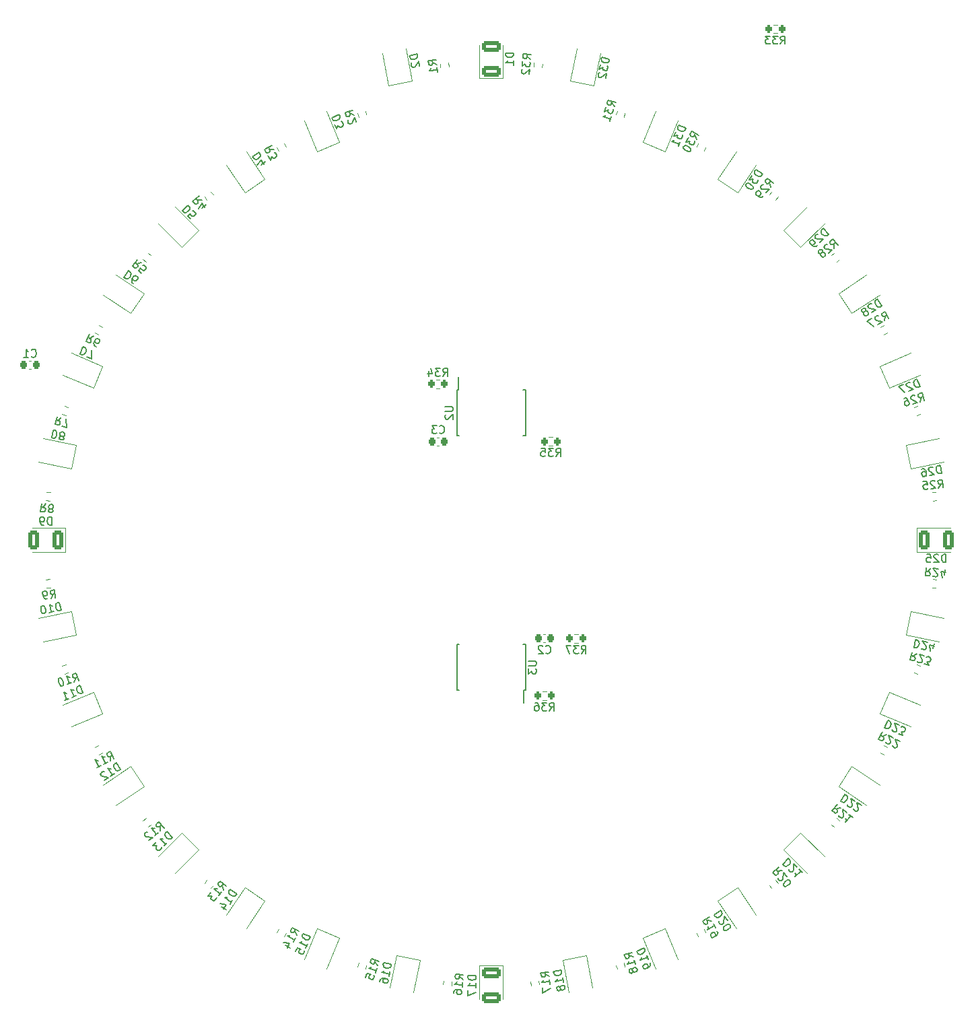
<source format=gbo>
%TF.GenerationSoftware,KiCad,Pcbnew,(6.0.7-1)-1*%
%TF.CreationDate,2023-02-20T20:57:27+08:00*%
%TF.ProjectId,layer1,6c617965-7231-42e6-9b69-6361645f7063,1.1*%
%TF.SameCoordinates,Original*%
%TF.FileFunction,Legend,Bot*%
%TF.FilePolarity,Positive*%
%FSLAX46Y46*%
G04 Gerber Fmt 4.6, Leading zero omitted, Abs format (unit mm)*
G04 Created by KiCad (PCBNEW (6.0.7-1)-1) date 2023-02-20 20:57:27*
%MOMM*%
%LPD*%
G01*
G04 APERTURE LIST*
G04 Aperture macros list*
%AMRoundRect*
0 Rectangle with rounded corners*
0 $1 Rounding radius*
0 $2 $3 $4 $5 $6 $7 $8 $9 X,Y pos of 4 corners*
0 Add a 4 corners polygon primitive as box body*
4,1,4,$2,$3,$4,$5,$6,$7,$8,$9,$2,$3,0*
0 Add four circle primitives for the rounded corners*
1,1,$1+$1,$2,$3*
1,1,$1+$1,$4,$5*
1,1,$1+$1,$6,$7*
1,1,$1+$1,$8,$9*
0 Add four rect primitives between the rounded corners*
20,1,$1+$1,$2,$3,$4,$5,0*
20,1,$1+$1,$4,$5,$6,$7,0*
20,1,$1+$1,$6,$7,$8,$9,0*
20,1,$1+$1,$8,$9,$2,$3,0*%
G04 Aperture macros list end*
%ADD10C,0.150000*%
%ADD11C,0.120000*%
%ADD12R,1.905000X2.000000*%
%ADD13O,1.905000X2.000000*%
%ADD14R,1.700000X1.700000*%
%ADD15O,1.700000X1.700000*%
%ADD16R,3.000000X3.000000*%
%ADD17C,3.000000*%
%ADD18R,2.400000X2.400000*%
%ADD19O,2.400000X2.400000*%
%ADD20R,2.200000X2.200000*%
%ADD21O,2.200000X2.200000*%
%ADD22C,2.082800*%
%ADD23C,2.400000*%
%ADD24RoundRect,0.200000X-0.254072X0.225992X-0.293279X-0.172082X0.254072X-0.225992X0.293279X0.172082X0*%
%ADD25RoundRect,0.200000X-0.172082X-0.293279X0.225992X-0.254072X0.172082X0.293279X-0.225992X0.254072X0*%
%ADD26RoundRect,0.200000X-0.225992X-0.254072X0.172082X-0.293279X0.225992X0.254072X-0.172082X0.293279X0*%
%ADD27RoundRect,0.200000X0.200000X0.275000X-0.200000X0.275000X-0.200000X-0.275000X0.200000X-0.275000X0*%
%ADD28RoundRect,0.200000X0.085699X-0.329060X0.339457X-0.019856X-0.085699X0.329060X-0.339457X0.019856X0*%
%ADD29RoundRect,0.250000X0.362392X-0.945755X0.945755X-0.362392X-0.362392X0.945755X-0.945755X0.362392X0*%
%ADD30RoundRect,0.250000X-0.027118X-1.012445X0.735082X-0.696732X0.027118X1.012445X-0.735082X0.696732X0*%
%ADD31RoundRect,0.250000X1.012445X-0.027118X0.696732X0.735082X-1.012445X0.027118X-0.696732X-0.735082X0*%
%ADD32RoundRect,0.250000X0.945755X0.362392X0.362392X0.945755X-0.945755X-0.362392X-0.362392X-0.945755X0*%
%ADD33RoundRect,0.200000X0.321216X-0.111560X0.205102X0.271216X-0.321216X0.111560X-0.205102X-0.271216X0*%
%ADD34RoundRect,0.200000X0.205102X-0.271216X0.321216X0.111560X-0.205102X0.271216X-0.321216X-0.111560X0*%
%ADD35RoundRect,0.200000X0.148249X-0.306018X0.336808X0.046750X-0.148249X0.306018X-0.336808X-0.046750X0*%
%ADD36RoundRect,0.200000X-0.336808X0.046750X-0.148249X-0.306018X0.336808X-0.046750X0.148249X0.306018X0*%
%ADD37RoundRect,0.200000X0.111560X0.321216X-0.271216X0.205102X-0.111560X-0.321216X0.271216X-0.205102X0*%
%ADD38RoundRect,0.200000X-0.085699X0.329060X-0.339457X0.019856X0.085699X-0.329060X0.339457X-0.019856X0*%
%ADD39RoundRect,0.250000X-0.998282X-0.170921X-0.539937X-0.856884X0.998282X0.170921X0.539937X0.856884X0*%
%ADD40RoundRect,0.250000X0.998282X0.170921X0.539937X0.856884X-0.998282X-0.170921X-0.539937X-0.856884X0*%
%ADD41RoundRect,0.200000X-0.329060X-0.085699X-0.019856X-0.339457X0.329060X0.085699X0.019856X0.339457X0*%
%ADD42RoundRect,0.250000X-0.539937X0.856884X-0.998282X0.170921X0.539937X-0.856884X0.998282X-0.170921X0*%
%ADD43R,0.450000X1.750000*%
%ADD44RoundRect,0.200000X0.046750X0.336808X-0.306018X0.148249X-0.046750X-0.336808X0.306018X-0.148249X0*%
%ADD45RoundRect,0.200000X-0.293279X0.172082X-0.254072X-0.225992X0.293279X-0.172082X0.254072X0.225992X0*%
%ADD46RoundRect,0.250000X-0.362392X0.945755X-0.945755X0.362392X0.362392X-0.945755X0.945755X-0.362392X0*%
%ADD47RoundRect,0.225000X0.225000X0.250000X-0.225000X0.250000X-0.225000X-0.250000X0.225000X-0.250000X0*%
%ADD48RoundRect,0.200000X-0.321216X0.111560X-0.205102X-0.271216X0.321216X-0.111560X0.205102X0.271216X0*%
%ADD49RoundRect,0.250000X0.224115X0.987701X-0.585032X0.826752X-0.224115X-0.987701X0.585032X-0.826752X0*%
%ADD50RoundRect,0.200000X-0.271216X-0.205102X0.111560X-0.321216X0.271216X0.205102X-0.111560X0.321216X0*%
%ADD51RoundRect,0.200000X-0.200000X-0.275000X0.200000X-0.275000X0.200000X0.275000X-0.200000X0.275000X0*%
%ADD52RoundRect,0.200000X-0.111560X-0.321216X0.271216X-0.205102X0.111560X0.321216X-0.271216X0.205102X0*%
%ADD53RoundRect,0.200000X-0.046750X-0.336808X0.306018X-0.148249X0.046750X0.336808X-0.306018X0.148249X0*%
%ADD54RoundRect,0.250000X-0.585032X-0.826752X0.224115X-0.987701X0.585032X0.826752X-0.224115X0.987701X0*%
%ADD55RoundRect,0.200000X0.306018X0.148249X-0.046750X0.336808X-0.306018X-0.148249X0.046750X-0.336808X0*%
%ADD56RoundRect,0.250000X-0.987701X0.224115X-0.826752X-0.585032X0.987701X-0.224115X0.826752X0.585032X0*%
%ADD57RoundRect,0.200000X0.293279X-0.172082X0.254072X0.225992X-0.293279X0.172082X-0.254072X-0.225992X0*%
%ADD58RoundRect,0.200000X0.329060X0.085699X0.019856X0.339457X-0.329060X-0.085699X-0.019856X-0.339457X0*%
%ADD59RoundRect,0.250000X-0.696732X0.735082X-1.012445X-0.027118X0.696732X-0.735082X1.012445X0.027118X0*%
%ADD60RoundRect,0.250000X0.585032X0.826752X-0.224115X0.987701X-0.585032X-0.826752X0.224115X-0.987701X0*%
%ADD61RoundRect,0.200000X0.271216X0.205102X-0.111560X0.321216X-0.271216X-0.205102X0.111560X-0.321216X0*%
%ADD62RoundRect,0.200000X-0.148249X0.306018X-0.336808X-0.046750X0.148249X-0.306018X0.336808X0.046750X0*%
%ADD63RoundRect,0.200000X0.339457X0.019856X0.085699X0.329060X-0.339457X-0.019856X-0.085699X-0.329060X0*%
%ADD64RoundRect,0.250000X0.856884X0.539937X0.170921X0.998282X-0.856884X-0.539937X-0.170921X-0.998282X0*%
%ADD65RoundRect,0.250000X0.412500X0.925000X-0.412500X0.925000X-0.412500X-0.925000X0.412500X-0.925000X0*%
%ADD66RoundRect,0.250000X0.027118X1.012445X-0.735082X0.696732X-0.027118X-1.012445X0.735082X-0.696732X0*%
%ADD67RoundRect,0.250000X0.826752X-0.585032X0.987701X0.224115X-0.826752X0.585032X-0.987701X-0.224115X0*%
%ADD68RoundRect,0.200000X0.336808X-0.046750X0.148249X0.306018X-0.336808X0.046750X-0.148249X-0.306018X0*%
%ADD69RoundRect,0.250000X0.987701X-0.224115X0.826752X0.585032X-0.987701X0.224115X-0.826752X-0.585032X0*%
%ADD70RoundRect,0.250000X0.539937X-0.856884X0.998282X-0.170921X-0.539937X0.856884X-0.998282X0.170921X0*%
%ADD71RoundRect,0.250000X-0.945755X-0.362392X-0.362392X-0.945755X0.945755X0.362392X0.362392X0.945755X0*%
%ADD72RoundRect,0.225000X-0.225000X-0.250000X0.225000X-0.250000X0.225000X0.250000X-0.225000X0.250000X0*%
%ADD73RoundRect,0.250000X-0.826752X0.585032X-0.987701X-0.224115X0.826752X-0.585032X0.987701X0.224115X0*%
%ADD74RoundRect,0.200000X-0.205102X0.271216X-0.321216X-0.111560X0.205102X-0.271216X0.321216X0.111560X0*%
%ADD75RoundRect,0.250000X-0.856884X-0.539937X-0.170921X-0.998282X0.856884X0.539937X0.170921X0.998282X0*%
%ADD76RoundRect,0.200000X-0.019856X0.339457X-0.329060X0.085699X0.019856X-0.339457X0.329060X-0.085699X0*%
%ADD77RoundRect,0.200000X0.019856X-0.339457X0.329060X-0.085699X-0.019856X0.339457X-0.329060X0.085699X0*%
%ADD78RoundRect,0.200000X0.225992X0.254072X-0.172082X0.293279X-0.225992X-0.254072X0.172082X-0.293279X0*%
%ADD79RoundRect,0.250000X-0.224115X-0.987701X0.585032X-0.826752X0.224115X0.987701X-0.585032X0.826752X0*%
%ADD80RoundRect,0.250000X0.735082X0.696732X-0.027118X1.012445X-0.735082X-0.696732X0.027118X-1.012445X0*%
%ADD81RoundRect,0.250000X-0.412500X-0.925000X0.412500X-0.925000X0.412500X0.925000X-0.412500X0.925000X0*%
%ADD82RoundRect,0.250000X-0.735082X-0.696732X0.027118X-1.012445X0.735082X0.696732X-0.027118X1.012445X0*%
%ADD83RoundRect,0.200000X-0.306018X-0.148249X0.046750X-0.336808X0.306018X0.148249X-0.046750X0.336808X0*%
%ADD84RoundRect,0.200000X-0.339457X-0.019856X-0.085699X-0.329060X0.339457X0.019856X0.085699X0.329060X0*%
%ADD85RoundRect,0.200000X0.172082X0.293279X-0.225992X0.254072X-0.172082X-0.293279X0.225992X-0.254072X0*%
%ADD86RoundRect,0.250000X0.696732X-0.735082X1.012445X0.027118X-0.696732X0.735082X-1.012445X-0.027118X0*%
%ADD87RoundRect,0.250000X-0.170921X0.998282X-0.856884X0.539937X0.170921X-0.998282X0.856884X-0.539937X0*%
%ADD88RoundRect,0.250000X0.925000X-0.412500X0.925000X0.412500X-0.925000X0.412500X-0.925000X-0.412500X0*%
%ADD89RoundRect,0.250000X0.170921X-0.998282X0.856884X-0.539937X-0.170921X0.998282X-0.856884X0.539937X0*%
%ADD90RoundRect,0.250000X-0.925000X0.412500X-0.925000X-0.412500X0.925000X-0.412500X0.925000X0.412500X0*%
%ADD91RoundRect,0.250000X-1.012445X0.027118X-0.696732X-0.735082X1.012445X-0.027118X0.696732X0.735082X0*%
%ADD92RoundRect,0.200000X0.254072X-0.225992X0.293279X0.172082X-0.254072X0.225992X-0.293279X-0.172082X0*%
G04 APERTURE END LIST*
D10*
X114971127Y-49553330D02*
X114529902Y-49174927D01*
X115027137Y-48984653D02*
X114031952Y-48886636D01*
X113994612Y-49265754D01*
X114032667Y-49365201D01*
X114075389Y-49417258D01*
X114165501Y-49473983D01*
X114307671Y-49487985D01*
X114407118Y-49449930D01*
X114459175Y-49407208D01*
X114515900Y-49317096D01*
X114553239Y-48937978D01*
X113943270Y-49787041D02*
X113882593Y-50403108D01*
X114294383Y-50108719D01*
X114280381Y-50250889D01*
X114318435Y-50350336D01*
X114361158Y-50402393D01*
X114451270Y-50459118D01*
X114688218Y-50482455D01*
X114787665Y-50444400D01*
X114839723Y-50401678D01*
X114896447Y-50311566D01*
X114924452Y-50027227D01*
X114886398Y-49927780D01*
X114843675Y-49875723D01*
X113940032Y-50791561D02*
X113887975Y-50834283D01*
X113831250Y-50924395D01*
X113807913Y-51161344D01*
X113845968Y-51260791D01*
X113888690Y-51312848D01*
X113978802Y-51369573D01*
X114073582Y-51378908D01*
X114220418Y-51345520D01*
X114845105Y-50832853D01*
X114784428Y-51448920D01*
X54620025Y-117345940D02*
X54905078Y-116839370D01*
X55188702Y-117289930D02*
X55090685Y-116294745D01*
X54711567Y-116332085D01*
X54621455Y-116388810D01*
X54578732Y-116440867D01*
X54540677Y-116540314D01*
X54554680Y-116682483D01*
X54611405Y-116772595D01*
X54663462Y-116815318D01*
X54762909Y-116853373D01*
X55142027Y-116816033D01*
X54146127Y-117392615D02*
X53956568Y-117411285D01*
X53857121Y-117373230D01*
X53805064Y-117330508D01*
X53696282Y-117197673D01*
X53630222Y-117012782D01*
X53592883Y-116633664D01*
X53630937Y-116534217D01*
X53673660Y-116482160D01*
X53763772Y-116425435D01*
X53953331Y-116406765D01*
X54052778Y-116444820D01*
X54104835Y-116487542D01*
X54161560Y-116577654D01*
X54184897Y-116814603D01*
X54146842Y-116914050D01*
X54104120Y-116966107D01*
X54014008Y-117022832D01*
X53824449Y-117041502D01*
X53725002Y-117003447D01*
X53672945Y-116960725D01*
X53616220Y-116870613D01*
X54007966Y-105467615D02*
X53629563Y-105908840D01*
X53439289Y-105411605D02*
X53341272Y-106406790D01*
X53720390Y-106444129D01*
X53819837Y-106406075D01*
X53871895Y-106363352D01*
X53928619Y-106273240D01*
X53942622Y-106131071D01*
X53904567Y-106031624D01*
X53861845Y-105979567D01*
X53771733Y-105922842D01*
X53392615Y-105885502D01*
X54520634Y-106092301D02*
X54421187Y-106130356D01*
X54369129Y-106173079D01*
X54312405Y-106263191D01*
X54307737Y-106310580D01*
X54345792Y-106410027D01*
X54388514Y-106462085D01*
X54478626Y-106518809D01*
X54668185Y-106537479D01*
X54767632Y-106499424D01*
X54819690Y-106456702D01*
X54876414Y-106366590D01*
X54881082Y-106319200D01*
X54843027Y-106219753D01*
X54800305Y-106167696D01*
X54710193Y-106110971D01*
X54520634Y-106092301D01*
X54430522Y-106035577D01*
X54387799Y-105983520D01*
X54349745Y-105884073D01*
X54368415Y-105694514D01*
X54425139Y-105604402D01*
X54477196Y-105561679D01*
X54576643Y-105523624D01*
X54766202Y-105542294D01*
X54856314Y-105599019D01*
X54899037Y-105651076D01*
X54937092Y-105750523D01*
X54918422Y-105940082D01*
X54861697Y-106030194D01*
X54809640Y-106072917D01*
X54710193Y-106110971D01*
X103942857Y-89422380D02*
X104276190Y-88946190D01*
X104514285Y-89422380D02*
X104514285Y-88422380D01*
X104133333Y-88422380D01*
X104038095Y-88470000D01*
X103990476Y-88517619D01*
X103942857Y-88612857D01*
X103942857Y-88755714D01*
X103990476Y-88850952D01*
X104038095Y-88898571D01*
X104133333Y-88946190D01*
X104514285Y-88946190D01*
X103609523Y-88422380D02*
X102990476Y-88422380D01*
X103323809Y-88803333D01*
X103180952Y-88803333D01*
X103085714Y-88850952D01*
X103038095Y-88898571D01*
X102990476Y-88993809D01*
X102990476Y-89231904D01*
X103038095Y-89327142D01*
X103085714Y-89374761D01*
X103180952Y-89422380D01*
X103466666Y-89422380D01*
X103561904Y-89374761D01*
X103609523Y-89327142D01*
X102133333Y-88755714D02*
X102133333Y-89422380D01*
X102371428Y-88374761D02*
X102609523Y-89089047D01*
X101990476Y-89089047D01*
X76336900Y-153985820D02*
X76180264Y-153426057D01*
X76699410Y-153544099D02*
X75926400Y-152909706D01*
X75684726Y-153204186D01*
X75661118Y-153308016D01*
X75667719Y-153375035D01*
X75711130Y-153472263D01*
X75821560Y-153562891D01*
X75925389Y-153586499D01*
X75992408Y-153579898D01*
X76089637Y-153536488D01*
X76331310Y-153242007D01*
X75732716Y-154722020D02*
X76095226Y-154280300D01*
X75913971Y-154501160D02*
X75140961Y-153866767D01*
X75311809Y-153883774D01*
X75445848Y-153870573D01*
X75543076Y-153827162D01*
X74748241Y-154345297D02*
X74355521Y-154823827D01*
X74861466Y-154807831D01*
X74770838Y-154918261D01*
X74747230Y-155022090D01*
X74753831Y-155089109D01*
X74797242Y-155186338D01*
X74981292Y-155337384D01*
X75085121Y-155360992D01*
X75152140Y-155354391D01*
X75249369Y-155310980D01*
X75430624Y-155090120D01*
X75454232Y-154986291D01*
X75447631Y-154919272D01*
X152438192Y-71524972D02*
X151731085Y-70817866D01*
X151562726Y-70986224D01*
X151495383Y-71120911D01*
X151495383Y-71255598D01*
X151529055Y-71356614D01*
X151630070Y-71524972D01*
X151731085Y-71625988D01*
X151899444Y-71727003D01*
X152000459Y-71760675D01*
X152135146Y-71760675D01*
X152269833Y-71693331D01*
X152438192Y-71524972D01*
X151124993Y-71558644D02*
X151057650Y-71558644D01*
X150956635Y-71592316D01*
X150788276Y-71760675D01*
X150754604Y-71861690D01*
X150754604Y-71929033D01*
X150788276Y-72030049D01*
X150855619Y-72097392D01*
X150990306Y-72164736D01*
X151798429Y-72164736D01*
X151360696Y-72602469D01*
X151023978Y-72939186D02*
X150889291Y-73073873D01*
X150788276Y-73107545D01*
X150720932Y-73107545D01*
X150552574Y-73073873D01*
X150384215Y-72972858D01*
X150114841Y-72703484D01*
X150081169Y-72602469D01*
X150081169Y-72535125D01*
X150114841Y-72434110D01*
X150249528Y-72299423D01*
X150350543Y-72265751D01*
X150417887Y-72265751D01*
X150518902Y-72299423D01*
X150687261Y-72467782D01*
X150720932Y-72568797D01*
X150720932Y-72636140D01*
X150687261Y-72737156D01*
X150552574Y-72871843D01*
X150451558Y-72905514D01*
X150384215Y-72905514D01*
X150283200Y-72871843D01*
X163931532Y-90694103D02*
X163548848Y-89770223D01*
X163328877Y-89861339D01*
X163215117Y-89960002D01*
X163163575Y-90084436D01*
X163156027Y-90190648D01*
X163184925Y-90384848D01*
X163239594Y-90516831D01*
X163356480Y-90674585D01*
X163436920Y-90744350D01*
X163561355Y-90795893D01*
X163711561Y-90785218D01*
X163931532Y-90694103D01*
X162705409Y-90222672D02*
X162643192Y-90196901D01*
X162536980Y-90189353D01*
X162317009Y-90280468D01*
X162247244Y-90360908D01*
X162221472Y-90423126D01*
X162213924Y-90529337D01*
X162250370Y-90617326D01*
X162349033Y-90731085D01*
X163095641Y-91040340D01*
X162523715Y-91277240D01*
X161833072Y-90480921D02*
X161217153Y-90736044D01*
X161995784Y-91495916D01*
X90876333Y-56508410D02*
X89952454Y-56891093D01*
X90043569Y-57111064D01*
X90142232Y-57224824D01*
X90266667Y-57276367D01*
X90372878Y-57283915D01*
X90567078Y-57255017D01*
X90699061Y-57200348D01*
X90856815Y-57083462D01*
X90926581Y-57003021D01*
X90978123Y-56878587D01*
X90967448Y-56728381D01*
X90876333Y-56508410D01*
X90298691Y-57726984D02*
X90535590Y-58298910D01*
X90759983Y-57845166D01*
X90814652Y-57977148D01*
X90895093Y-58046914D01*
X90957310Y-58072685D01*
X91063521Y-58080233D01*
X91283493Y-57989118D01*
X91353258Y-57908678D01*
X91379030Y-57846461D01*
X91386578Y-57740249D01*
X91277240Y-57476284D01*
X91196799Y-57406518D01*
X91134582Y-57380747D01*
X71861690Y-67898525D02*
X71154583Y-68605631D01*
X71322942Y-68773990D01*
X71457629Y-68841334D01*
X71592316Y-68841334D01*
X71693331Y-68807662D01*
X71861690Y-68706647D01*
X71962705Y-68605631D01*
X72063721Y-68437273D01*
X72097392Y-68336257D01*
X72097392Y-68201570D01*
X72030049Y-68066883D01*
X71861690Y-67898525D01*
X72198408Y-69649456D02*
X71861690Y-69312738D01*
X72164736Y-68942349D01*
X72164736Y-69009693D01*
X72198408Y-69110708D01*
X72366766Y-69279067D01*
X72467782Y-69312738D01*
X72535125Y-69312738D01*
X72636140Y-69279067D01*
X72804499Y-69110708D01*
X72838171Y-69009693D01*
X72838171Y-68942349D01*
X72804499Y-68841334D01*
X72636140Y-68672975D01*
X72535125Y-68639303D01*
X72467782Y-68639303D01*
X127870657Y-162427056D02*
X127318209Y-162246307D01*
X127704780Y-161880233D02*
X126747839Y-162170518D01*
X126858424Y-162535067D01*
X126931639Y-162612381D01*
X126991030Y-162644126D01*
X127095991Y-162662049D01*
X127232696Y-162620579D01*
X127310010Y-162547365D01*
X127341756Y-162487973D01*
X127359678Y-162383013D01*
X127249094Y-162018464D01*
X128147118Y-163338428D02*
X127981241Y-162791605D01*
X128064180Y-163065017D02*
X127107239Y-163355301D01*
X127216299Y-163222695D01*
X127279790Y-163103911D01*
X127297712Y-162998951D01*
X127766172Y-164051128D02*
X127692957Y-163973814D01*
X127633566Y-163942068D01*
X127528605Y-163924146D01*
X127483037Y-163937969D01*
X127405723Y-164011184D01*
X127373977Y-164070576D01*
X127356055Y-164175536D01*
X127411347Y-164357810D01*
X127484562Y-164435124D01*
X127543953Y-164466870D01*
X127648914Y-164484792D01*
X127694482Y-164470969D01*
X127771796Y-164397754D01*
X127803542Y-164338363D01*
X127821464Y-164233402D01*
X127766172Y-164051128D01*
X127784094Y-163946168D01*
X127815840Y-163886776D01*
X127893154Y-163813561D01*
X128075428Y-163758269D01*
X128180389Y-163776192D01*
X128239780Y-163807937D01*
X128312995Y-163885251D01*
X128368287Y-164067525D01*
X128350365Y-164172486D01*
X128318619Y-164231877D01*
X128241305Y-164305092D01*
X128059031Y-164360384D01*
X127954071Y-164342462D01*
X127894679Y-164310717D01*
X127821464Y-164233402D01*
X95731996Y-163519909D02*
X95373071Y-163062698D01*
X95897873Y-162973086D02*
X94940932Y-162682801D01*
X94830348Y-163047350D01*
X94848270Y-163152310D01*
X94880016Y-163211702D01*
X94957330Y-163284916D01*
X95094035Y-163326386D01*
X95198996Y-163308463D01*
X95258387Y-163276718D01*
X95331602Y-163199404D01*
X95442187Y-162834855D01*
X95455534Y-164431281D02*
X95621411Y-163884458D01*
X95538473Y-164157869D02*
X94581532Y-163867584D01*
X94745884Y-163817916D01*
X94864667Y-163754425D01*
X94937882Y-163677111D01*
X94235955Y-165006799D02*
X94374186Y-164551113D01*
X94843695Y-164643775D01*
X94784303Y-164675521D01*
X94711089Y-164752835D01*
X94641973Y-164980678D01*
X94659896Y-165085638D01*
X94691641Y-165145030D01*
X94768955Y-165218245D01*
X94996798Y-165287360D01*
X95101758Y-165269438D01*
X95161150Y-165237692D01*
X95234365Y-165160378D01*
X95303480Y-164932535D01*
X95285558Y-164827575D01*
X95253812Y-164768183D01*
X85564935Y-159707989D02*
X85302104Y-159189541D01*
X85834304Y-159204034D02*
X84952383Y-158732637D01*
X84772803Y-159068607D01*
X84769905Y-159175047D01*
X84789453Y-159239491D01*
X84850998Y-159326382D01*
X84976987Y-159393725D01*
X85083427Y-159396623D01*
X85147871Y-159377074D01*
X85234762Y-159315529D01*
X85414342Y-158979559D01*
X85115985Y-160547914D02*
X85385355Y-160043959D01*
X85250670Y-160295937D02*
X84368749Y-159824540D01*
X84539633Y-159807890D01*
X84668520Y-159768792D01*
X84755411Y-159707247D01*
X84123984Y-160989582D02*
X84711931Y-161303847D01*
X83900251Y-160600021D02*
X84642432Y-160726752D01*
X84350615Y-161272703D01*
X82661033Y-60926268D02*
X82083938Y-60856769D01*
X82391663Y-60422313D02*
X81509742Y-60893709D01*
X81689322Y-61229679D01*
X81776213Y-61291224D01*
X81840657Y-61310773D01*
X81947096Y-61307875D01*
X82073085Y-61240532D01*
X82134630Y-61153641D01*
X82154179Y-61089197D01*
X82151280Y-60982757D01*
X81971701Y-60646787D01*
X81936244Y-61691638D02*
X82228061Y-62237589D01*
X82406899Y-61764036D01*
X82474241Y-61890025D01*
X82561132Y-61951570D01*
X82625576Y-61971119D01*
X82732016Y-61968220D01*
X82941997Y-61855983D01*
X83003542Y-61769091D01*
X83023091Y-61704648D01*
X83020192Y-61598208D01*
X82885507Y-61346230D01*
X82798616Y-61284685D01*
X82734173Y-61265136D01*
X163920047Y-92621923D02*
X164100796Y-92069475D01*
X164466870Y-92456046D02*
X164176585Y-91499105D01*
X163812036Y-91609690D01*
X163734722Y-91682905D01*
X163702977Y-91742296D01*
X163685054Y-91847257D01*
X163726524Y-91983962D01*
X163799738Y-92061276D01*
X163859130Y-92093022D01*
X163964090Y-92110944D01*
X164328639Y-92000360D01*
X163292859Y-91866704D02*
X163233468Y-91834958D01*
X163128508Y-91817036D01*
X162900665Y-91886151D01*
X162823351Y-91959366D01*
X162791605Y-92018758D01*
X162773683Y-92123718D01*
X162801329Y-92214855D01*
X162888367Y-92337738D01*
X163601067Y-92718684D01*
X163008675Y-92898384D01*
X161898156Y-92190259D02*
X162080430Y-92134967D01*
X162185390Y-92152889D01*
X162244782Y-92184635D01*
X162377388Y-92293694D01*
X162478249Y-92462146D01*
X162588834Y-92826694D01*
X162570911Y-92931655D01*
X162539166Y-92991046D01*
X162461852Y-93064261D01*
X162279578Y-93119553D01*
X162174617Y-93101631D01*
X162115226Y-93069885D01*
X162042011Y-92992571D01*
X161972895Y-92764728D01*
X161990818Y-92659768D01*
X162022563Y-92600376D01*
X162099878Y-92527162D01*
X162282152Y-92471869D01*
X162387112Y-92489792D01*
X162446504Y-92521537D01*
X162519719Y-92598851D01*
X145178138Y-65594284D02*
X145021502Y-65034521D01*
X145540648Y-65152563D02*
X144767638Y-64518170D01*
X144525964Y-64812650D01*
X144502356Y-64916480D01*
X144508957Y-64983499D01*
X144552368Y-65080727D01*
X144662798Y-65171355D01*
X144766627Y-65194963D01*
X144833646Y-65188362D01*
X144930875Y-65144952D01*
X145172548Y-64850471D01*
X144237074Y-65314789D02*
X144170055Y-65321390D01*
X144072826Y-65364801D01*
X143921780Y-65548851D01*
X143898172Y-65652680D01*
X143904773Y-65719699D01*
X143948184Y-65816928D01*
X144021804Y-65877346D01*
X144162443Y-65931164D01*
X144966674Y-65851954D01*
X144573954Y-66330484D01*
X144271862Y-66698584D02*
X144151025Y-66845824D01*
X144053797Y-66889235D01*
X143986777Y-66895836D01*
X143815929Y-66878828D01*
X143638480Y-66794802D01*
X143343999Y-66553128D01*
X143300589Y-66455900D01*
X143293988Y-66388880D01*
X143317596Y-66285051D01*
X143438433Y-66137811D01*
X143535661Y-66094400D01*
X143602681Y-66087799D01*
X143706510Y-66111408D01*
X143890560Y-66262454D01*
X143933971Y-66359682D01*
X143940572Y-66426701D01*
X143916963Y-66530531D01*
X143796126Y-66677771D01*
X143698898Y-66721182D01*
X143631879Y-66727782D01*
X143528050Y-66704174D01*
X138859499Y-156606916D02*
X138028029Y-157162487D01*
X138160308Y-157360456D01*
X138279268Y-157452781D01*
X138411368Y-157479057D01*
X138517011Y-157465740D01*
X138701842Y-157399511D01*
X138820623Y-157320143D01*
X138952543Y-157174727D01*
X139005274Y-157082222D01*
X139031551Y-156950122D01*
X138991777Y-156804885D01*
X138859499Y-156606916D01*
X138636331Y-157901451D02*
X138623193Y-157967501D01*
X138636511Y-158073144D01*
X138768789Y-158271113D01*
X138861294Y-158323845D01*
X138927344Y-158336983D01*
X139032987Y-158323665D01*
X139112175Y-158270754D01*
X139204501Y-158151793D01*
X139362157Y-157359198D01*
X139706082Y-157873918D01*
X139218537Y-158944207D02*
X139271448Y-159023395D01*
X139363953Y-159076127D01*
X139430003Y-159089265D01*
X139535646Y-159075947D01*
X139720477Y-159009718D01*
X139918446Y-158877439D01*
X140050365Y-158732023D01*
X140103097Y-158639517D01*
X140116235Y-158573468D01*
X140102918Y-158467825D01*
X140050006Y-158388637D01*
X139957501Y-158335905D01*
X139891451Y-158322767D01*
X139785808Y-158336085D01*
X139600977Y-158402314D01*
X139403008Y-158534593D01*
X139271089Y-158680009D01*
X139218357Y-158772514D01*
X139205219Y-158838564D01*
X139218537Y-158944207D01*
X80808098Y-61267078D02*
X79976628Y-61822649D01*
X80108907Y-62020618D01*
X80227868Y-62112943D01*
X80359967Y-62139219D01*
X80465610Y-62125902D01*
X80650441Y-62059673D01*
X80769222Y-61980305D01*
X80901142Y-61834889D01*
X80953874Y-61742383D01*
X80980150Y-61610284D01*
X80940376Y-61465047D01*
X80808098Y-61267078D01*
X81047456Y-62825272D02*
X81601770Y-62454892D01*
X80598428Y-62838949D02*
X81060056Y-62244144D01*
X81403980Y-62758864D01*
X65962384Y-75123953D02*
X65402622Y-75280589D01*
X65520664Y-74761443D02*
X64886270Y-75534453D01*
X65180750Y-75776127D01*
X65284580Y-75799735D01*
X65351599Y-75793134D01*
X65448827Y-75749723D01*
X65539455Y-75639293D01*
X65563063Y-75535464D01*
X65556463Y-75468445D01*
X65513052Y-75371216D01*
X65218572Y-75129543D01*
X66027381Y-76470938D02*
X65659281Y-76168846D01*
X65924563Y-75770537D01*
X65931164Y-75837556D01*
X65974574Y-75934785D01*
X66158625Y-76085831D01*
X66262454Y-76109439D01*
X66329473Y-76102838D01*
X66426701Y-76059427D01*
X66577747Y-75875377D01*
X66601356Y-75771548D01*
X66594755Y-75704529D01*
X66551344Y-75607300D01*
X66367294Y-75456254D01*
X66263465Y-75432646D01*
X66196446Y-75439247D01*
X77984875Y-154498395D02*
X77153405Y-153942825D01*
X77021126Y-154140794D01*
X76981353Y-154286031D01*
X77007629Y-154418130D01*
X77060361Y-154510635D01*
X77192280Y-154656052D01*
X77311062Y-154735419D01*
X77495893Y-154801648D01*
X77601536Y-154814966D01*
X77733635Y-154788690D01*
X77852596Y-154696364D01*
X77984875Y-154498395D01*
X77138291Y-155765397D02*
X77455760Y-155290271D01*
X77297026Y-155527834D02*
X76465556Y-154972264D01*
X76637249Y-154972443D01*
X76769348Y-154946167D01*
X76861853Y-154893435D01*
X76107775Y-156107705D02*
X76662088Y-156478085D01*
X75923303Y-155698090D02*
X76649489Y-155896957D01*
X76305565Y-156411676D01*
X114702380Y-125238095D02*
X115511904Y-125238095D01*
X115607142Y-125285714D01*
X115654761Y-125333333D01*
X115702380Y-125428571D01*
X115702380Y-125619047D01*
X115654761Y-125714285D01*
X115607142Y-125761904D01*
X115511904Y-125809523D01*
X114702380Y-125809523D01*
X114702380Y-126190476D02*
X114702380Y-126809523D01*
X115083333Y-126476190D01*
X115083333Y-126619047D01*
X115130952Y-126714285D01*
X115178571Y-126761904D01*
X115273809Y-126809523D01*
X115511904Y-126809523D01*
X115607142Y-126761904D01*
X115654761Y-126714285D01*
X115702380Y-126619047D01*
X115702380Y-126333333D01*
X115654761Y-126238095D01*
X115607142Y-126190476D01*
X159493694Y-82436558D02*
X159563193Y-81859463D01*
X159997649Y-82167189D02*
X159526252Y-81285267D01*
X159190282Y-81464847D01*
X159128737Y-81551738D01*
X159109188Y-81616182D01*
X159112087Y-81722622D01*
X159179429Y-81848611D01*
X159266320Y-81910156D01*
X159330764Y-81929704D01*
X159437204Y-81926806D01*
X159773174Y-81747226D01*
X158731222Y-81818209D02*
X158666778Y-81798660D01*
X158560338Y-81801559D01*
X158350357Y-81913796D01*
X158288812Y-82000687D01*
X158269263Y-82065131D01*
X158272162Y-82171571D01*
X158317057Y-82255564D01*
X158426395Y-82359105D01*
X159199720Y-82593690D01*
X158653769Y-82885507D01*
X157888398Y-82160718D02*
X157300451Y-82474983D01*
X158149814Y-83154877D01*
X103129724Y-50218875D02*
X102623154Y-49933822D01*
X103073714Y-49650198D02*
X102078529Y-49748215D01*
X102115869Y-50127333D01*
X102172594Y-50217445D01*
X102224651Y-50260168D01*
X102324098Y-50298223D01*
X102466267Y-50284220D01*
X102556379Y-50227495D01*
X102599102Y-50175438D01*
X102637157Y-50075991D01*
X102599817Y-49696873D01*
X103223074Y-51166670D02*
X103167064Y-50597993D01*
X103195069Y-50882332D02*
X102199884Y-50980349D01*
X102332718Y-50871567D01*
X102418163Y-50767453D01*
X102456218Y-50668006D01*
X69918830Y-147397530D02*
X69211723Y-146690424D01*
X69043364Y-146858782D01*
X68976021Y-146993469D01*
X68976021Y-147128156D01*
X69009693Y-147229172D01*
X69110708Y-147397530D01*
X69211723Y-147498546D01*
X69380082Y-147599561D01*
X69481097Y-147633233D01*
X69615784Y-147633233D01*
X69750471Y-147565889D01*
X69918830Y-147397530D01*
X68841334Y-148475027D02*
X69245395Y-148070966D01*
X69043364Y-148272996D02*
X68336257Y-147565889D01*
X68504616Y-147599561D01*
X68639303Y-147599561D01*
X68740318Y-147565889D01*
X67898525Y-148003622D02*
X67460792Y-148441355D01*
X67965868Y-148475027D01*
X67864853Y-148576042D01*
X67831181Y-148677057D01*
X67831181Y-148744401D01*
X67864853Y-148845416D01*
X68033212Y-149013775D01*
X68134227Y-149047446D01*
X68201570Y-149047446D01*
X68302586Y-149013775D01*
X68504616Y-148811744D01*
X68538288Y-148710729D01*
X68538288Y-148643385D01*
X103491666Y-96527142D02*
X103539285Y-96574761D01*
X103682142Y-96622380D01*
X103777380Y-96622380D01*
X103920238Y-96574761D01*
X104015476Y-96479523D01*
X104063095Y-96384285D01*
X104110714Y-96193809D01*
X104110714Y-96050952D01*
X104063095Y-95860476D01*
X104015476Y-95765238D01*
X103920238Y-95670000D01*
X103777380Y-95622380D01*
X103682142Y-95622380D01*
X103539285Y-95670000D01*
X103491666Y-95717619D01*
X103158333Y-95622380D02*
X102539285Y-95622380D01*
X102872619Y-96003333D01*
X102729761Y-96003333D01*
X102634523Y-96050952D01*
X102586904Y-96098571D01*
X102539285Y-96193809D01*
X102539285Y-96431904D01*
X102586904Y-96527142D01*
X102634523Y-96574761D01*
X102729761Y-96622380D01*
X103015476Y-96622380D01*
X103110714Y-96574761D01*
X103158333Y-96527142D01*
X92760153Y-56535638D02*
X92207706Y-56354889D01*
X92594276Y-55988815D02*
X91637336Y-56279100D01*
X91747921Y-56643649D01*
X91821135Y-56720963D01*
X91880527Y-56752708D01*
X91985487Y-56770631D01*
X92122193Y-56729161D01*
X92199507Y-56655947D01*
X92231253Y-56596555D01*
X92249175Y-56491595D01*
X92138590Y-56127046D01*
X92004935Y-57162825D02*
X91973189Y-57222217D01*
X91955267Y-57327177D01*
X92024382Y-57555020D01*
X92097597Y-57632334D01*
X92156989Y-57664080D01*
X92261949Y-57682002D01*
X92353086Y-57654356D01*
X92475969Y-57567318D01*
X92856915Y-56854618D01*
X93036615Y-57447010D01*
X55896770Y-118827006D02*
X55701680Y-117846220D01*
X55468160Y-117892670D01*
X55337337Y-117967245D01*
X55262509Y-118079233D01*
X55234385Y-118181931D01*
X55224841Y-118378037D01*
X55252711Y-118518149D01*
X55336575Y-118695676D01*
X55401860Y-118779794D01*
X55513848Y-118854622D01*
X55663250Y-118873456D01*
X55896770Y-118827006D01*
X54402240Y-119124286D02*
X54962689Y-119012806D01*
X54682465Y-119068546D02*
X54487374Y-118087761D01*
X54608652Y-118209293D01*
X54720641Y-118284121D01*
X54823339Y-118312245D01*
X53599997Y-118264271D02*
X53506589Y-118282851D01*
X53422471Y-118348135D01*
X53385057Y-118404129D01*
X53356933Y-118506827D01*
X53347389Y-118702934D01*
X53393839Y-118936454D01*
X53477703Y-119113980D01*
X53542987Y-119198098D01*
X53598981Y-119235512D01*
X53701679Y-119263636D01*
X53795087Y-119245056D01*
X53879206Y-119179772D01*
X53916620Y-119123778D01*
X53944744Y-119021080D01*
X53954288Y-118824974D01*
X53907838Y-118591454D01*
X53823973Y-118413927D01*
X53758689Y-118329809D01*
X53702695Y-118292395D01*
X53599997Y-118264271D01*
X55968063Y-94631200D02*
X55510852Y-94990124D01*
X55421240Y-94465323D02*
X55130955Y-95422264D01*
X55495504Y-95532848D01*
X55600464Y-95514926D01*
X55659856Y-95483180D01*
X55733070Y-95405866D01*
X55774540Y-95269160D01*
X55756617Y-95164200D01*
X55724872Y-95104808D01*
X55647558Y-95031594D01*
X55283009Y-94921009D01*
X55996758Y-95684902D02*
X56634718Y-95878425D01*
X56514886Y-94797077D01*
X117342857Y-131482380D02*
X117676190Y-131006190D01*
X117914285Y-131482380D02*
X117914285Y-130482380D01*
X117533333Y-130482380D01*
X117438095Y-130530000D01*
X117390476Y-130577619D01*
X117342857Y-130672857D01*
X117342857Y-130815714D01*
X117390476Y-130910952D01*
X117438095Y-130958571D01*
X117533333Y-131006190D01*
X117914285Y-131006190D01*
X117009523Y-130482380D02*
X116390476Y-130482380D01*
X116723809Y-130863333D01*
X116580952Y-130863333D01*
X116485714Y-130910952D01*
X116438095Y-130958571D01*
X116390476Y-131053809D01*
X116390476Y-131291904D01*
X116438095Y-131387142D01*
X116485714Y-131434761D01*
X116580952Y-131482380D01*
X116866666Y-131482380D01*
X116961904Y-131434761D01*
X117009523Y-131387142D01*
X115533333Y-130482380D02*
X115723809Y-130482380D01*
X115819047Y-130530000D01*
X115866666Y-130577619D01*
X115961904Y-130720476D01*
X116009523Y-130910952D01*
X116009523Y-131291904D01*
X115961904Y-131387142D01*
X115914285Y-131434761D01*
X115819047Y-131482380D01*
X115628571Y-131482380D01*
X115533333Y-131434761D01*
X115485714Y-131387142D01*
X115438095Y-131291904D01*
X115438095Y-131053809D01*
X115485714Y-130958571D01*
X115533333Y-130910952D01*
X115628571Y-130863333D01*
X115819047Y-130863333D01*
X115914285Y-130910952D01*
X115961904Y-130958571D01*
X116009523Y-131053809D01*
X57572943Y-127870657D02*
X57753692Y-127318209D01*
X58119766Y-127704780D02*
X57829481Y-126747839D01*
X57464932Y-126858424D01*
X57387618Y-126931639D01*
X57355873Y-126991030D01*
X57337950Y-127095991D01*
X57379420Y-127232696D01*
X57452634Y-127310010D01*
X57512026Y-127341756D01*
X57616986Y-127359678D01*
X57981535Y-127249094D01*
X56661571Y-128147118D02*
X57208394Y-127981241D01*
X56934982Y-128064180D02*
X56644698Y-127107239D01*
X56777304Y-127216299D01*
X56896088Y-127279790D01*
X57001048Y-127297712D01*
X55778895Y-127369878D02*
X55687757Y-127397524D01*
X55610443Y-127470739D01*
X55578698Y-127530130D01*
X55560775Y-127635091D01*
X55570499Y-127831188D01*
X55639615Y-128059031D01*
X55740475Y-128227482D01*
X55813690Y-128304796D01*
X55873082Y-128336542D01*
X55978042Y-128354464D01*
X56069179Y-128326818D01*
X56146493Y-128253603D01*
X56178239Y-128194212D01*
X56196161Y-128089251D01*
X56186438Y-127893154D01*
X56117322Y-127665311D01*
X56016461Y-127496860D01*
X55943247Y-127419546D01*
X55883855Y-127387800D01*
X55778895Y-127369878D01*
X62066706Y-137755288D02*
X62136205Y-137178193D01*
X62570661Y-137485919D02*
X62099264Y-136603997D01*
X61763294Y-136783577D01*
X61701749Y-136870468D01*
X61682200Y-136934912D01*
X61685099Y-137041352D01*
X61752441Y-137167341D01*
X61839332Y-137228886D01*
X61903776Y-137248434D01*
X62010216Y-137245536D01*
X62346186Y-137065956D01*
X61226781Y-138204237D02*
X61730736Y-137934868D01*
X61478758Y-138069553D02*
X61007362Y-137187631D01*
X61158696Y-137268725D01*
X61287584Y-137307823D01*
X61394024Y-137304924D01*
X60386856Y-138653187D02*
X60890811Y-138383817D01*
X60638833Y-138518502D02*
X60167437Y-137636581D01*
X60318771Y-137717674D01*
X60447659Y-137756772D01*
X60554099Y-137753873D01*
X121342857Y-124282380D02*
X121676190Y-123806190D01*
X121914285Y-124282380D02*
X121914285Y-123282380D01*
X121533333Y-123282380D01*
X121438095Y-123330000D01*
X121390476Y-123377619D01*
X121342857Y-123472857D01*
X121342857Y-123615714D01*
X121390476Y-123710952D01*
X121438095Y-123758571D01*
X121533333Y-123806190D01*
X121914285Y-123806190D01*
X121009523Y-123282380D02*
X120390476Y-123282380D01*
X120723809Y-123663333D01*
X120580952Y-123663333D01*
X120485714Y-123710952D01*
X120438095Y-123758571D01*
X120390476Y-123853809D01*
X120390476Y-124091904D01*
X120438095Y-124187142D01*
X120485714Y-124234761D01*
X120580952Y-124282380D01*
X120866666Y-124282380D01*
X120961904Y-124234761D01*
X121009523Y-124187142D01*
X120057142Y-123282380D02*
X119390476Y-123282380D01*
X119819047Y-124282380D01*
X163362815Y-122549319D02*
X163167725Y-123530104D01*
X163401245Y-123576554D01*
X163550647Y-123557720D01*
X163662635Y-123482892D01*
X163727920Y-123398774D01*
X163811784Y-123221247D01*
X163839654Y-123081135D01*
X163830110Y-122885029D01*
X163801986Y-122782331D01*
X163727158Y-122670343D01*
X163596335Y-122595769D01*
X163362815Y-122549319D01*
X164120386Y-123622496D02*
X164157800Y-123678490D01*
X164241918Y-123743774D01*
X164475438Y-123790224D01*
X164578137Y-123762100D01*
X164634131Y-123724686D01*
X164699415Y-123640568D01*
X164717995Y-123547160D01*
X164699161Y-123397758D01*
X164250192Y-122725829D01*
X164857345Y-122846599D01*
X165567958Y-123667676D02*
X165698018Y-123013819D01*
X165260117Y-123994859D02*
X165165947Y-123247848D01*
X165773100Y-123368618D01*
X118142857Y-99482380D02*
X118476190Y-99006190D01*
X118714285Y-99482380D02*
X118714285Y-98482380D01*
X118333333Y-98482380D01*
X118238095Y-98530000D01*
X118190476Y-98577619D01*
X118142857Y-98672857D01*
X118142857Y-98815714D01*
X118190476Y-98910952D01*
X118238095Y-98958571D01*
X118333333Y-99006190D01*
X118714285Y-99006190D01*
X117809523Y-98482380D02*
X117190476Y-98482380D01*
X117523809Y-98863333D01*
X117380952Y-98863333D01*
X117285714Y-98910952D01*
X117238095Y-98958571D01*
X117190476Y-99053809D01*
X117190476Y-99291904D01*
X117238095Y-99387142D01*
X117285714Y-99434761D01*
X117380952Y-99482380D01*
X117666666Y-99482380D01*
X117761904Y-99434761D01*
X117809523Y-99387142D01*
X116285714Y-98482380D02*
X116761904Y-98482380D01*
X116809523Y-98958571D01*
X116761904Y-98910952D01*
X116666666Y-98863333D01*
X116428571Y-98863333D01*
X116333333Y-98910952D01*
X116285714Y-98958571D01*
X116238095Y-99053809D01*
X116238095Y-99291904D01*
X116285714Y-99387142D01*
X116333333Y-99434761D01*
X116428571Y-99482380D01*
X116666666Y-99482380D01*
X116761904Y-99434761D01*
X116809523Y-99387142D01*
X159707989Y-134435064D02*
X159189541Y-134697895D01*
X159204034Y-134165695D02*
X158732637Y-135047616D01*
X159068607Y-135227196D01*
X159175047Y-135230094D01*
X159239491Y-135210546D01*
X159326382Y-135149001D01*
X159393725Y-135023012D01*
X159396623Y-134916572D01*
X159377074Y-134852128D01*
X159315529Y-134765237D01*
X158979559Y-134585657D01*
X159617457Y-135412573D02*
X159637006Y-135477017D01*
X159698551Y-135563908D01*
X159908532Y-135676145D01*
X160014972Y-135679044D01*
X160079416Y-135659495D01*
X160166307Y-135597950D01*
X160211202Y-135513957D01*
X160236548Y-135365521D01*
X160001963Y-134592197D01*
X160547914Y-134884014D01*
X160457382Y-135861522D02*
X160476931Y-135925966D01*
X160538476Y-136012857D01*
X160748457Y-136125094D01*
X160854897Y-136127993D01*
X160919341Y-136108444D01*
X161006232Y-136046899D01*
X161051127Y-135962907D01*
X161076473Y-135814470D01*
X160841888Y-135041146D01*
X161387839Y-135332963D01*
X118827006Y-164103229D02*
X117846220Y-164298319D01*
X117892670Y-164531839D01*
X117967245Y-164662662D01*
X118079233Y-164737490D01*
X118181931Y-164765614D01*
X118378037Y-164775158D01*
X118518149Y-164747288D01*
X118695676Y-164663424D01*
X118779794Y-164598139D01*
X118854622Y-164486151D01*
X118873456Y-164336749D01*
X118827006Y-164103229D01*
X119124286Y-165597759D02*
X119012806Y-165037310D01*
X119068546Y-165317534D02*
X118087761Y-165512625D01*
X118209293Y-165391347D01*
X118284121Y-165279358D01*
X118312245Y-165176660D01*
X118675318Y-166269688D02*
X118610034Y-166185570D01*
X118554039Y-166148156D01*
X118451341Y-166120031D01*
X118404637Y-166129321D01*
X118320519Y-166194606D01*
X118283105Y-166250600D01*
X118254981Y-166353298D01*
X118292141Y-166540114D01*
X118357425Y-166624232D01*
X118413419Y-166661646D01*
X118516117Y-166689770D01*
X118562822Y-166680480D01*
X118646940Y-166615196D01*
X118684354Y-166559202D01*
X118712478Y-166456504D01*
X118675318Y-166269688D01*
X118703442Y-166166990D01*
X118740856Y-166110995D01*
X118824974Y-166045711D01*
X119011790Y-166008551D01*
X119114488Y-166036675D01*
X119170482Y-166074089D01*
X119235766Y-166158207D01*
X119272926Y-166345024D01*
X119244802Y-166447722D01*
X119207388Y-166503716D01*
X119123270Y-166569000D01*
X118936454Y-166606160D01*
X118833756Y-166578036D01*
X118777762Y-166540622D01*
X118712478Y-166456504D01*
X117299265Y-164906076D02*
X116792695Y-164621022D01*
X117243255Y-164337399D02*
X116248071Y-164435416D01*
X116285410Y-164814534D01*
X116342135Y-164904646D01*
X116394192Y-164947368D01*
X116493639Y-164985423D01*
X116635809Y-164971421D01*
X116725921Y-164914696D01*
X116768643Y-164862639D01*
X116806698Y-164763192D01*
X116769358Y-164384074D01*
X117392615Y-165853871D02*
X117336605Y-165285194D01*
X117364610Y-165569532D02*
X116369425Y-165667549D01*
X116502259Y-165558767D01*
X116587704Y-165454653D01*
X116625759Y-165355206D01*
X116430102Y-166283616D02*
X116495447Y-166947073D01*
X117448625Y-166422548D01*
X153985820Y-143663099D02*
X153426057Y-143819735D01*
X153544099Y-143300589D02*
X152909706Y-144073599D01*
X153204186Y-144315273D01*
X153308016Y-144338881D01*
X153375035Y-144332280D01*
X153472263Y-144288869D01*
X153562891Y-144178439D01*
X153586499Y-144074610D01*
X153579898Y-144007591D01*
X153536488Y-143910362D01*
X153242007Y-143668689D01*
X153706325Y-144604163D02*
X153712926Y-144671182D01*
X153756337Y-144768411D01*
X153940387Y-144919457D01*
X154044216Y-144943065D01*
X154111235Y-144936464D01*
X154208464Y-144893053D01*
X154268882Y-144819433D01*
X154322700Y-144678794D01*
X154243490Y-143874563D01*
X154722020Y-144267283D01*
X155458221Y-144871467D02*
X155016500Y-144508957D01*
X155237360Y-144690212D02*
X154602967Y-145463222D01*
X154619975Y-145292374D01*
X154606773Y-145158336D01*
X154563362Y-145061107D01*
X87281243Y-159889212D02*
X86357363Y-159506529D01*
X86266248Y-159726500D01*
X86255574Y-159876706D01*
X86307116Y-160001141D01*
X86376882Y-160081581D01*
X86534636Y-160198467D01*
X86666618Y-160253136D01*
X86860818Y-160282034D01*
X86967030Y-160274486D01*
X87091465Y-160222944D01*
X87190128Y-160109184D01*
X87281243Y-159889212D01*
X86698106Y-161297029D02*
X86916783Y-160769098D01*
X86807444Y-161033063D02*
X85883565Y-160650380D01*
X86051994Y-160617060D01*
X86176428Y-160565518D01*
X86256869Y-160495752D01*
X85427989Y-161750236D02*
X85610220Y-161310294D01*
X86068385Y-161448530D01*
X86006168Y-161474301D01*
X85925728Y-161544067D01*
X85834613Y-161764038D01*
X85842161Y-161870249D01*
X85867932Y-161932467D01*
X85937698Y-162012907D01*
X86157669Y-162104022D01*
X86263880Y-162096474D01*
X86326098Y-162070703D01*
X86406538Y-162000937D01*
X86497653Y-161780966D01*
X86490105Y-161674754D01*
X86464334Y-161612537D01*
X54898828Y-96182413D02*
X54703737Y-97163198D01*
X54937258Y-97209648D01*
X55086660Y-97190814D01*
X55198648Y-97115986D01*
X55263932Y-97031868D01*
X55347796Y-96854342D01*
X55375666Y-96714229D01*
X55366122Y-96518123D01*
X55337998Y-96415425D01*
X55263170Y-96303437D01*
X55132348Y-96228863D01*
X54898828Y-96182413D01*
X55908245Y-96965822D02*
X55805547Y-96993946D01*
X55749553Y-97031360D01*
X55684269Y-97115478D01*
X55674979Y-97162182D01*
X55703103Y-97264880D01*
X55740517Y-97320874D01*
X55824635Y-97386158D01*
X56011451Y-97423318D01*
X56114149Y-97395194D01*
X56170143Y-97357780D01*
X56235427Y-97273662D01*
X56244717Y-97226958D01*
X56216593Y-97124260D01*
X56179179Y-97068266D01*
X56095061Y-97002982D01*
X55908245Y-96965822D01*
X55824127Y-96900538D01*
X55786713Y-96844544D01*
X55758589Y-96741845D01*
X55795749Y-96555029D01*
X55861033Y-96470911D01*
X55917027Y-96433497D01*
X56019725Y-96405373D01*
X56206541Y-96442533D01*
X56290660Y-96507817D01*
X56328074Y-96563811D01*
X56356198Y-96666509D01*
X56319038Y-96853326D01*
X56253753Y-96937444D01*
X56197759Y-96974858D01*
X56095061Y-97002982D01*
X163519909Y-124268003D02*
X163062698Y-124626928D01*
X162973086Y-124102126D02*
X162682801Y-125059067D01*
X163047350Y-125169651D01*
X163152310Y-125151729D01*
X163211702Y-125119983D01*
X163284916Y-125042669D01*
X163326386Y-124905964D01*
X163308463Y-124801003D01*
X163276718Y-124741612D01*
X163199404Y-124668397D01*
X162834855Y-124557812D01*
X163621819Y-125244391D02*
X163653565Y-125303783D01*
X163730879Y-125376998D01*
X163958722Y-125446113D01*
X164063682Y-125428191D01*
X164123073Y-125396445D01*
X164196288Y-125319131D01*
X164223934Y-125227994D01*
X164219835Y-125077465D01*
X163838889Y-124364765D01*
X164431281Y-124544465D01*
X164459976Y-125598167D02*
X165052368Y-125777867D01*
X164843972Y-125316557D01*
X164980678Y-125358026D01*
X165085638Y-125340103D01*
X165145030Y-125308358D01*
X165218245Y-125231044D01*
X165287360Y-125003201D01*
X165269438Y-124898241D01*
X165237692Y-124838849D01*
X165160378Y-124765634D01*
X164886966Y-124682696D01*
X164782006Y-124700618D01*
X164722615Y-124732364D01*
X135839075Y-59584613D02*
X135576244Y-59066165D01*
X136108444Y-59080658D02*
X135226523Y-58609261D01*
X135046943Y-58945231D01*
X135044045Y-59051671D01*
X135063593Y-59116115D01*
X135125138Y-59203006D01*
X135251127Y-59270349D01*
X135357567Y-59273247D01*
X135422011Y-59253698D01*
X135508902Y-59192153D01*
X135688482Y-58856183D01*
X134800021Y-59407190D02*
X134508204Y-59953141D01*
X135001306Y-59838747D01*
X134933964Y-59964736D01*
X134931065Y-60071176D01*
X134950614Y-60135620D01*
X135012159Y-60222511D01*
X135222140Y-60334748D01*
X135328580Y-60337647D01*
X135393024Y-60318098D01*
X135479915Y-60256553D01*
X135614600Y-60004576D01*
X135617499Y-59898136D01*
X135597950Y-59833692D01*
X134216387Y-60499093D02*
X134171492Y-60583085D01*
X134168593Y-60689525D01*
X134188142Y-60753969D01*
X134249687Y-60840860D01*
X134395225Y-60972646D01*
X134605206Y-61084883D01*
X134795639Y-61132677D01*
X134902079Y-61135576D01*
X134966522Y-61116027D01*
X135053413Y-61054482D01*
X135098308Y-60970489D01*
X135101207Y-60864049D01*
X135081658Y-60799606D01*
X135020113Y-60712714D01*
X134874576Y-60580928D01*
X134664594Y-60468691D01*
X134474162Y-60420897D01*
X134367722Y-60417999D01*
X134303278Y-60437548D01*
X134216387Y-60499093D01*
X146573299Y-151597481D02*
X145993735Y-151641903D01*
X146210789Y-151155761D02*
X145437779Y-151790154D01*
X145679452Y-152084634D01*
X145776681Y-152128045D01*
X145843700Y-152134646D01*
X145947529Y-152111037D01*
X146057959Y-152020410D01*
X146101370Y-151923181D01*
X146107971Y-151856162D01*
X146084362Y-151752333D01*
X145842689Y-151457853D01*
X146115583Y-152465936D02*
X146108982Y-152532955D01*
X146132590Y-152636784D01*
X146283636Y-152820834D01*
X146380865Y-152864245D01*
X146447884Y-152870846D01*
X146551713Y-152847238D01*
X146625333Y-152786819D01*
X146705554Y-152659382D01*
X146784764Y-151855151D01*
X147177484Y-152333681D01*
X146797193Y-153446605D02*
X146857611Y-153520225D01*
X146954840Y-153563636D01*
X147021859Y-153570236D01*
X147125688Y-153546628D01*
X147303137Y-153462601D01*
X147487187Y-153311555D01*
X147604218Y-153153908D01*
X147647629Y-153056680D01*
X147654230Y-152989661D01*
X147630622Y-152885832D01*
X147570203Y-152812211D01*
X147472975Y-152768801D01*
X147405956Y-152762200D01*
X147302126Y-152785808D01*
X147124677Y-152869835D01*
X146940627Y-153020881D01*
X146823596Y-153178528D01*
X146780185Y-153275756D01*
X146773584Y-153342776D01*
X146797193Y-153446605D01*
X64380917Y-76147908D02*
X63825347Y-76979377D01*
X64023316Y-77111656D01*
X64168553Y-77151429D01*
X64300652Y-77125153D01*
X64393157Y-77072421D01*
X64538574Y-76940502D01*
X64617941Y-76821721D01*
X64684170Y-76636890D01*
X64697488Y-76531246D01*
X64671212Y-76399147D01*
X64578886Y-76280186D01*
X64380917Y-76147908D01*
X65013161Y-77773049D02*
X64854785Y-77667226D01*
X64802054Y-77574721D01*
X64788916Y-77508671D01*
X64789095Y-77336979D01*
X64855324Y-77152148D01*
X65066970Y-76835397D01*
X65159475Y-76782666D01*
X65225525Y-76769527D01*
X65331168Y-76782845D01*
X65489543Y-76888668D01*
X65542275Y-76981173D01*
X65555413Y-77047223D01*
X65542096Y-77152866D01*
X65409817Y-77350835D01*
X65317312Y-77403567D01*
X65251262Y-77416705D01*
X65145619Y-77403387D01*
X64987244Y-77297564D01*
X64934512Y-77205059D01*
X64921374Y-77139010D01*
X64934691Y-77033366D01*
X54738095Y-108102380D02*
X54738095Y-107102380D01*
X54500000Y-107102380D01*
X54357142Y-107150000D01*
X54261904Y-107245238D01*
X54214285Y-107340476D01*
X54166666Y-107530952D01*
X54166666Y-107673809D01*
X54214285Y-107864285D01*
X54261904Y-107959523D01*
X54357142Y-108054761D01*
X54500000Y-108102380D01*
X54738095Y-108102380D01*
X53690476Y-108102380D02*
X53500000Y-108102380D01*
X53404761Y-108054761D01*
X53357142Y-108007142D01*
X53261904Y-107864285D01*
X53214285Y-107673809D01*
X53214285Y-107292857D01*
X53261904Y-107197619D01*
X53309523Y-107150000D01*
X53404761Y-107102380D01*
X53595238Y-107102380D01*
X53690476Y-107150000D01*
X53738095Y-107197619D01*
X53785714Y-107292857D01*
X53785714Y-107530952D01*
X53738095Y-107626190D01*
X53690476Y-107673809D01*
X53595238Y-107721428D01*
X53404761Y-107721428D01*
X53309523Y-107673809D01*
X53261904Y-107626190D01*
X53214285Y-107530952D01*
X58658412Y-129212413D02*
X58275728Y-128288533D01*
X58055757Y-128379649D01*
X57941997Y-128478312D01*
X57890455Y-128602746D01*
X57882907Y-128708958D01*
X57911805Y-128903158D01*
X57966474Y-129035141D01*
X58083360Y-129192895D01*
X58163800Y-129262660D01*
X58288235Y-129314203D01*
X58438441Y-129303528D01*
X58658412Y-129212413D01*
X57250595Y-129795550D02*
X57778527Y-129576873D01*
X57514561Y-129686212D02*
X57131878Y-128762332D01*
X57274535Y-128857869D01*
X57398970Y-128909411D01*
X57505181Y-128916959D01*
X56370710Y-130160010D02*
X56898641Y-129941334D01*
X56634676Y-130050672D02*
X56251992Y-129126792D01*
X56394650Y-129222329D01*
X56519085Y-129273872D01*
X56625296Y-129281420D01*
X124885938Y-49527863D02*
X123905153Y-49332773D01*
X123858703Y-49566293D01*
X123877537Y-49715695D01*
X123952365Y-49827683D01*
X124036483Y-49892968D01*
X124214010Y-49976832D01*
X124354122Y-50004702D01*
X124550228Y-49995158D01*
X124652926Y-49967034D01*
X124764914Y-49892206D01*
X124839488Y-49761383D01*
X124885938Y-49527863D01*
X123728643Y-50220150D02*
X123607873Y-50827303D01*
X124046535Y-50574694D01*
X124018665Y-50714807D01*
X124046789Y-50817505D01*
X124084203Y-50873499D01*
X124168321Y-50938783D01*
X124401842Y-50985233D01*
X124504540Y-50957109D01*
X124560534Y-50919695D01*
X124625818Y-50835577D01*
X124681558Y-50555352D01*
X124653434Y-50452654D01*
X124616020Y-50396660D01*
X123626961Y-51219515D02*
X123570967Y-51256929D01*
X123505683Y-51341047D01*
X123459232Y-51574568D01*
X123487356Y-51677266D01*
X123524771Y-51733260D01*
X123608889Y-51798544D01*
X123702297Y-51817124D01*
X123851699Y-51798290D01*
X124523628Y-51349321D01*
X124402858Y-51956474D01*
X137755288Y-157933293D02*
X137178193Y-157863794D01*
X137485919Y-157429338D02*
X136603997Y-157900735D01*
X136783577Y-158236705D01*
X136870468Y-158298250D01*
X136934912Y-158317799D01*
X137041352Y-158314900D01*
X137167341Y-158247558D01*
X137228886Y-158160667D01*
X137248434Y-158096223D01*
X137245536Y-157989783D01*
X137065956Y-157653813D01*
X138204237Y-158773218D02*
X137934868Y-158269263D01*
X138069553Y-158521241D02*
X137187631Y-158992637D01*
X137268725Y-158841303D01*
X137307823Y-158712415D01*
X137304924Y-158605975D01*
X138428712Y-159193181D02*
X138518502Y-159361166D01*
X138521401Y-159467606D01*
X138501852Y-159532049D01*
X138420758Y-159683384D01*
X138275220Y-159815170D01*
X137939250Y-159994750D01*
X137832810Y-159997649D01*
X137768367Y-159978100D01*
X137681476Y-159916555D01*
X137591686Y-159748570D01*
X137588787Y-159642130D01*
X137608336Y-159577686D01*
X137669881Y-159490795D01*
X137879862Y-159378558D01*
X137986302Y-159375659D01*
X138050746Y-159395208D01*
X138137637Y-159456753D01*
X138227427Y-159624738D01*
X138230325Y-159731178D01*
X138210777Y-159795622D01*
X138149232Y-159882513D01*
X100704028Y-48901469D02*
X99723243Y-49096560D01*
X99769693Y-49330080D01*
X99844267Y-49460902D01*
X99956255Y-49535730D01*
X100058953Y-49563854D01*
X100255059Y-49573398D01*
X100395171Y-49545528D01*
X100572698Y-49461664D01*
X100656816Y-49396380D01*
X100731644Y-49284392D01*
X100750478Y-49134990D01*
X100704028Y-48901469D01*
X100002451Y-50012061D02*
X99965037Y-50068055D01*
X99936913Y-50170753D01*
X99983363Y-50404273D01*
X100048647Y-50488392D01*
X100104641Y-50525806D01*
X100207339Y-50553930D01*
X100300747Y-50535350D01*
X100431570Y-50460775D01*
X100880538Y-49788847D01*
X101001308Y-50395999D01*
X144116649Y-63984979D02*
X143285179Y-63429409D01*
X143152900Y-63627378D01*
X143113127Y-63772615D01*
X143139403Y-63904714D01*
X143192135Y-63997219D01*
X143324054Y-64142636D01*
X143442836Y-64222003D01*
X143627667Y-64288232D01*
X143733310Y-64301550D01*
X143865409Y-64275274D01*
X143984370Y-64182948D01*
X144116649Y-63984979D01*
X142782520Y-64181691D02*
X142438596Y-64696410D01*
X142940536Y-64630900D01*
X142861169Y-64749681D01*
X142847851Y-64855324D01*
X142860989Y-64921374D01*
X142913721Y-65013879D01*
X143111690Y-65146158D01*
X143217333Y-65159475D01*
X143283383Y-65146337D01*
X143375888Y-65093605D01*
X143534623Y-64856043D01*
X143547940Y-64750399D01*
X143534802Y-64684350D01*
X142094671Y-65211130D02*
X142041760Y-65290317D01*
X142028442Y-65395960D01*
X142041580Y-65462010D01*
X142094312Y-65554515D01*
X142226232Y-65699932D01*
X142424200Y-65832211D01*
X142609031Y-65898440D01*
X142714675Y-65911757D01*
X142780724Y-65898619D01*
X142873229Y-65845887D01*
X142926141Y-65766700D01*
X142939459Y-65661057D01*
X142926320Y-65595007D01*
X142873589Y-65502502D01*
X142741669Y-65357085D01*
X142543700Y-65224806D01*
X142358869Y-65158577D01*
X142253226Y-65145260D01*
X142187176Y-65158398D01*
X142094671Y-65211130D01*
X147397530Y-150081169D02*
X146690424Y-150788276D01*
X146858782Y-150956635D01*
X146993469Y-151023978D01*
X147128156Y-151023978D01*
X147229172Y-150990306D01*
X147397530Y-150889291D01*
X147498546Y-150788276D01*
X147599561Y-150619917D01*
X147633233Y-150518902D01*
X147633233Y-150384215D01*
X147565889Y-150249528D01*
X147397530Y-150081169D01*
X147431202Y-151394368D02*
X147431202Y-151461711D01*
X147464874Y-151562726D01*
X147633233Y-151731085D01*
X147734248Y-151764757D01*
X147801591Y-151764757D01*
X147902607Y-151731085D01*
X147969950Y-151663742D01*
X148037294Y-151529055D01*
X148037294Y-150720932D01*
X148475027Y-151158665D01*
X149148462Y-151832100D02*
X148744401Y-151428039D01*
X148946431Y-151630070D02*
X148239324Y-152337177D01*
X148272996Y-152168818D01*
X148272996Y-152034131D01*
X148239324Y-151933116D01*
X116866666Y-124187142D02*
X116914285Y-124234761D01*
X117057142Y-124282380D01*
X117152380Y-124282380D01*
X117295238Y-124234761D01*
X117390476Y-124139523D01*
X117438095Y-124044285D01*
X117485714Y-123853809D01*
X117485714Y-123710952D01*
X117438095Y-123520476D01*
X117390476Y-123425238D01*
X117295238Y-123330000D01*
X117152380Y-123282380D01*
X117057142Y-123282380D01*
X116914285Y-123330000D01*
X116866666Y-123377619D01*
X116485714Y-123377619D02*
X116438095Y-123330000D01*
X116342857Y-123282380D01*
X116104761Y-123282380D01*
X116009523Y-123330000D01*
X115961904Y-123377619D01*
X115914285Y-123472857D01*
X115914285Y-123568095D01*
X115961904Y-123710952D01*
X116533333Y-124282380D01*
X115914285Y-124282380D01*
X97450680Y-163362815D02*
X96469895Y-163167725D01*
X96423445Y-163401245D01*
X96442279Y-163550647D01*
X96517107Y-163662635D01*
X96601225Y-163727920D01*
X96778752Y-163811784D01*
X96918864Y-163839654D01*
X97114970Y-163830110D01*
X97217668Y-163801986D01*
X97329656Y-163727158D01*
X97404230Y-163596335D01*
X97450680Y-163362815D01*
X97153400Y-164857345D02*
X97264880Y-164296896D01*
X97209140Y-164577121D02*
X96228355Y-164382030D01*
X96387047Y-164316492D01*
X96499035Y-164241664D01*
X96564319Y-164157546D01*
X96005394Y-165502928D02*
X96042554Y-165316112D01*
X96107839Y-165231993D01*
X96163833Y-165194579D01*
X96322525Y-165129041D01*
X96518631Y-165119497D01*
X96892264Y-165193817D01*
X96976382Y-165259102D01*
X97013796Y-165315096D01*
X97041920Y-165417794D01*
X97004760Y-165604610D01*
X96939476Y-165688728D01*
X96883482Y-165726142D01*
X96780783Y-165754266D01*
X96547263Y-165707816D01*
X96463145Y-165642532D01*
X96425731Y-165586538D01*
X96397607Y-165483840D01*
X96434767Y-165297024D01*
X96500051Y-165212905D01*
X96556045Y-165175491D01*
X96658743Y-165147367D01*
X125507030Y-55512377D02*
X125148105Y-55055166D01*
X125672907Y-54965554D02*
X124715966Y-54675269D01*
X124605382Y-55039818D01*
X124623304Y-55144778D01*
X124655050Y-55204170D01*
X124732364Y-55277384D01*
X124869069Y-55318854D01*
X124974030Y-55300931D01*
X125033421Y-55269186D01*
X125106636Y-55191872D01*
X125217221Y-54827323D01*
X124453328Y-55541072D02*
X124273628Y-56133464D01*
X124734938Y-55925068D01*
X124693469Y-56061774D01*
X124711391Y-56166734D01*
X124743137Y-56226126D01*
X124820451Y-56299341D01*
X125048294Y-56368456D01*
X125153254Y-56350534D01*
X125212646Y-56318788D01*
X125285860Y-56241474D01*
X125368799Y-55968063D01*
X125350876Y-55863102D01*
X125319131Y-55803711D01*
X124954106Y-57335120D02*
X125119983Y-56788297D01*
X125037045Y-57061709D02*
X124080105Y-56771424D01*
X124244457Y-56721756D01*
X124363240Y-56658265D01*
X124436455Y-56580951D01*
X146392857Y-47632380D02*
X146726190Y-47156190D01*
X146964285Y-47632380D02*
X146964285Y-46632380D01*
X146583333Y-46632380D01*
X146488095Y-46680000D01*
X146440476Y-46727619D01*
X146392857Y-46822857D01*
X146392857Y-46965714D01*
X146440476Y-47060952D01*
X146488095Y-47108571D01*
X146583333Y-47156190D01*
X146964285Y-47156190D01*
X146059523Y-46632380D02*
X145440476Y-46632380D01*
X145773809Y-47013333D01*
X145630952Y-47013333D01*
X145535714Y-47060952D01*
X145488095Y-47108571D01*
X145440476Y-47203809D01*
X145440476Y-47441904D01*
X145488095Y-47537142D01*
X145535714Y-47584761D01*
X145630952Y-47632380D01*
X145916666Y-47632380D01*
X146011904Y-47584761D01*
X146059523Y-47537142D01*
X145107142Y-46632380D02*
X144488095Y-46632380D01*
X144821428Y-47013333D01*
X144678571Y-47013333D01*
X144583333Y-47060952D01*
X144535714Y-47108571D01*
X144488095Y-47203809D01*
X144488095Y-47441904D01*
X144535714Y-47537142D01*
X144583333Y-47584761D01*
X144678571Y-47632380D01*
X144964285Y-47632380D01*
X145059523Y-47584761D01*
X145107142Y-47537142D01*
X154498395Y-142015124D02*
X153942825Y-142846594D01*
X154140794Y-142978873D01*
X154286031Y-143018646D01*
X154418130Y-142992370D01*
X154510635Y-142939638D01*
X154656052Y-142807719D01*
X154735419Y-142688937D01*
X154801648Y-142504106D01*
X154814966Y-142398463D01*
X154788690Y-142266364D01*
X154696364Y-142147403D01*
X154498395Y-142015124D01*
X154787612Y-143296521D02*
X154800750Y-143362571D01*
X154853482Y-143455076D01*
X155051451Y-143587354D01*
X155157094Y-143600672D01*
X155223144Y-143587534D01*
X155315649Y-143534802D01*
X155368561Y-143455615D01*
X155408334Y-143310377D01*
X155250677Y-142517783D01*
X155765397Y-142861708D01*
X155579488Y-143825636D02*
X155592626Y-143891685D01*
X155645358Y-143984190D01*
X155843327Y-144116469D01*
X155948970Y-144129787D01*
X156015020Y-144116649D01*
X156107525Y-144063917D01*
X156160436Y-143984729D01*
X156200210Y-143839492D01*
X156042553Y-143046898D01*
X156557272Y-143390822D01*
X153165326Y-73310441D02*
X153120904Y-72730877D01*
X153607046Y-72947931D02*
X152972653Y-72174921D01*
X152678173Y-72416594D01*
X152634762Y-72513823D01*
X152628161Y-72580842D01*
X152651770Y-72684671D01*
X152742397Y-72795101D01*
X152839626Y-72838512D01*
X152906645Y-72845113D01*
X153010474Y-72821504D01*
X153304954Y-72579831D01*
X152296871Y-72852725D02*
X152229852Y-72846124D01*
X152126023Y-72869732D01*
X151941973Y-73020778D01*
X151898562Y-73118007D01*
X151891961Y-73185026D01*
X151915569Y-73288855D01*
X151975988Y-73362475D01*
X152103425Y-73442696D01*
X152907656Y-73521906D01*
X152429126Y-73914626D01*
X151624895Y-73835416D02*
X151668306Y-73738187D01*
X151674907Y-73671168D01*
X151651298Y-73567339D01*
X151621089Y-73530529D01*
X151523861Y-73487118D01*
X151456842Y-73480517D01*
X151353012Y-73504126D01*
X151205772Y-73624962D01*
X151162361Y-73722191D01*
X151155761Y-73789210D01*
X151179369Y-73893039D01*
X151209578Y-73929849D01*
X151306807Y-73973260D01*
X151373826Y-73979861D01*
X151477655Y-73956253D01*
X151624895Y-73835416D01*
X151728724Y-73811807D01*
X151795744Y-73818408D01*
X151892972Y-73861819D01*
X152013809Y-74009059D01*
X152037417Y-74112888D01*
X152030816Y-74179908D01*
X151987406Y-74277136D01*
X151840165Y-74397973D01*
X151736336Y-74421581D01*
X151669317Y-74414980D01*
X151572089Y-74371570D01*
X151451252Y-74224329D01*
X151427643Y-74120500D01*
X151434244Y-74053481D01*
X151477655Y-73956253D01*
X68402518Y-146573299D02*
X68358096Y-145993735D01*
X68844238Y-146210789D02*
X68209845Y-145437779D01*
X67915365Y-145679452D01*
X67871954Y-145776681D01*
X67865353Y-145843700D01*
X67888962Y-145947529D01*
X67979589Y-146057959D01*
X68076818Y-146101370D01*
X68143837Y-146107971D01*
X68247666Y-146084362D01*
X68542146Y-145842689D01*
X67666318Y-147177484D02*
X68108038Y-146814973D01*
X67887178Y-146996228D02*
X67252785Y-146223218D01*
X67417032Y-146273230D01*
X67551071Y-146286431D01*
X67654900Y-146262823D01*
X66797863Y-146719767D02*
X66730844Y-146713166D01*
X66627014Y-146736774D01*
X66442964Y-146887820D01*
X66399553Y-146985049D01*
X66392953Y-147052068D01*
X66416561Y-147155897D01*
X66476979Y-147229517D01*
X66604417Y-147309738D01*
X67408648Y-147388948D01*
X66930117Y-147781668D01*
X165275089Y-113552632D02*
X164896686Y-113993857D01*
X164706412Y-113496622D02*
X164608395Y-114491807D01*
X164987513Y-114529147D01*
X165086960Y-114491092D01*
X165139017Y-114448370D01*
X165195742Y-114358258D01*
X165209744Y-114216088D01*
X165171689Y-114116641D01*
X165128967Y-114064584D01*
X165038855Y-114007859D01*
X164659737Y-113970520D01*
X165565525Y-114490377D02*
X165608247Y-114542434D01*
X165698359Y-114599159D01*
X165935308Y-114622496D01*
X166034755Y-114584442D01*
X166086812Y-114541719D01*
X166143537Y-114451607D01*
X166152872Y-114356828D01*
X166119484Y-114209991D01*
X165606817Y-113585304D01*
X166222884Y-113645982D01*
X167010555Y-114393453D02*
X167075899Y-113729996D01*
X166736266Y-114749233D02*
X166569330Y-114015050D01*
X167185396Y-114075727D01*
X166661646Y-101586580D02*
X166466556Y-100605794D01*
X166233036Y-100652244D01*
X166102213Y-100726819D01*
X166027385Y-100838807D01*
X165999261Y-100941505D01*
X165989717Y-101137611D01*
X166017587Y-101277723D01*
X166101451Y-101455250D01*
X166166736Y-101539368D01*
X166278724Y-101614196D01*
X166428126Y-101633030D01*
X166661646Y-101586580D01*
X165551055Y-100885003D02*
X165495061Y-100847589D01*
X165392362Y-100819465D01*
X165158842Y-100865915D01*
X165074724Y-100931199D01*
X165037310Y-100987193D01*
X165009186Y-101089891D01*
X165027766Y-101183299D01*
X165102340Y-101314121D01*
X165774269Y-101763090D01*
X165167116Y-101883860D01*
X164131353Y-101070295D02*
X164318169Y-101033135D01*
X164420867Y-101061259D01*
X164476861Y-101098673D01*
X164598139Y-101220205D01*
X164682004Y-101397732D01*
X164756324Y-101771364D01*
X164728200Y-101874062D01*
X164690786Y-101930056D01*
X164606668Y-101995340D01*
X164419851Y-102032500D01*
X164317153Y-102004376D01*
X164261159Y-101966962D01*
X164195875Y-101882844D01*
X164149425Y-101649324D01*
X164177549Y-101546626D01*
X164214963Y-101490632D01*
X164299081Y-101425348D01*
X164485897Y-101388188D01*
X164588595Y-101416312D01*
X164644590Y-101453726D01*
X164709874Y-101537844D01*
X58653259Y-85698208D02*
X58270576Y-86622088D01*
X58490547Y-86713203D01*
X58640753Y-86723878D01*
X58765187Y-86672335D01*
X58845628Y-86602570D01*
X58962514Y-86444816D01*
X59017183Y-86312833D01*
X59046081Y-86118633D01*
X59038533Y-86012421D01*
X58986990Y-85887987D01*
X58873230Y-85789323D01*
X58653259Y-85698208D01*
X59106467Y-86968325D02*
X59722386Y-87223447D01*
X59709121Y-86135561D01*
X167214285Y-112802380D02*
X167214285Y-111802380D01*
X166976190Y-111802380D01*
X166833333Y-111850000D01*
X166738095Y-111945238D01*
X166690476Y-112040476D01*
X166642857Y-112230952D01*
X166642857Y-112373809D01*
X166690476Y-112564285D01*
X166738095Y-112659523D01*
X166833333Y-112754761D01*
X166976190Y-112802380D01*
X167214285Y-112802380D01*
X166261904Y-111897619D02*
X166214285Y-111850000D01*
X166119047Y-111802380D01*
X165880952Y-111802380D01*
X165785714Y-111850000D01*
X165738095Y-111897619D01*
X165690476Y-111992857D01*
X165690476Y-112088095D01*
X165738095Y-112230952D01*
X166309523Y-112802380D01*
X165690476Y-112802380D01*
X164785714Y-111802380D02*
X165261904Y-111802380D01*
X165309523Y-112278571D01*
X165261904Y-112230952D01*
X165166666Y-112183333D01*
X164928571Y-112183333D01*
X164833333Y-112230952D01*
X164785714Y-112278571D01*
X164738095Y-112373809D01*
X164738095Y-112611904D01*
X164785714Y-112707142D01*
X164833333Y-112754761D01*
X164928571Y-112802380D01*
X165166666Y-112802380D01*
X165261904Y-112754761D01*
X165309523Y-112707142D01*
X159889212Y-132718756D02*
X159506529Y-133642636D01*
X159726500Y-133733751D01*
X159876706Y-133744425D01*
X160001141Y-133692883D01*
X160081581Y-133623117D01*
X160198467Y-133465363D01*
X160253136Y-133333381D01*
X160282034Y-133139181D01*
X160274486Y-133032969D01*
X160222944Y-132908534D01*
X160109184Y-132809871D01*
X159889212Y-132718756D01*
X160422860Y-133919107D02*
X160448632Y-133981325D01*
X160518397Y-134061765D01*
X160738368Y-134152880D01*
X160844580Y-134145332D01*
X160906797Y-134119561D01*
X160987238Y-134049795D01*
X161023684Y-133961807D01*
X161034358Y-133811601D01*
X160725103Y-133064993D01*
X161297029Y-133301893D01*
X161222305Y-134353333D02*
X161794231Y-134590233D01*
X161632055Y-134110717D01*
X161764038Y-134165386D01*
X161870249Y-134157838D01*
X161932467Y-134132067D01*
X162012907Y-134062301D01*
X162104022Y-133842330D01*
X162096474Y-133736119D01*
X162070703Y-133673901D01*
X162000937Y-133593461D01*
X161736972Y-133484123D01*
X161630760Y-133491671D01*
X161568543Y-133517442D01*
X60004576Y-84385399D02*
X59486127Y-84648229D01*
X59500621Y-84116029D02*
X59029224Y-84997951D01*
X59365194Y-85177530D01*
X59471634Y-85180429D01*
X59536077Y-85160880D01*
X59622969Y-85099335D01*
X59690311Y-84973347D01*
X59693210Y-84866907D01*
X59673661Y-84802463D01*
X59612116Y-84715572D01*
X59276146Y-84535992D01*
X60289111Y-85671375D02*
X60121126Y-85581585D01*
X60059581Y-85494694D01*
X60040032Y-85430250D01*
X60023382Y-85259366D01*
X60071176Y-85068934D01*
X60250756Y-84732964D01*
X60337647Y-84671419D01*
X60402091Y-84651870D01*
X60508531Y-84654769D01*
X60676516Y-84744558D01*
X60738061Y-84831450D01*
X60757609Y-84895893D01*
X60754711Y-85002333D01*
X60642473Y-85212315D01*
X60555582Y-85273860D01*
X60491138Y-85293408D01*
X60384699Y-85290510D01*
X60216714Y-85200720D01*
X60155168Y-85113829D01*
X60135620Y-85049385D01*
X60138518Y-84942945D01*
X104202380Y-93238095D02*
X105011904Y-93238095D01*
X105107142Y-93285714D01*
X105154761Y-93333333D01*
X105202380Y-93428571D01*
X105202380Y-93619047D01*
X105154761Y-93714285D01*
X105107142Y-93761904D01*
X105011904Y-93809523D01*
X104202380Y-93809523D01*
X104297619Y-94238095D02*
X104250000Y-94285714D01*
X104202380Y-94380952D01*
X104202380Y-94619047D01*
X104250000Y-94714285D01*
X104297619Y-94761904D01*
X104392857Y-94809523D01*
X104488095Y-94809523D01*
X104630952Y-94761904D01*
X105202380Y-94190476D01*
X105202380Y-94809523D01*
X73612533Y-67202773D02*
X73032969Y-67247195D01*
X73250023Y-66761053D02*
X72477013Y-67395446D01*
X72718686Y-67689926D01*
X72815915Y-67733337D01*
X72882934Y-67739938D01*
X72986763Y-67716329D01*
X73097193Y-67625702D01*
X73140604Y-67528473D01*
X73147205Y-67461454D01*
X73123596Y-67357625D01*
X72881923Y-67063145D01*
X73640959Y-68288282D02*
X74156299Y-67865353D01*
X73195433Y-68345906D02*
X73596537Y-67708718D01*
X73989257Y-68187248D01*
X166274282Y-103475117D02*
X166559336Y-102968547D01*
X166842959Y-103419107D02*
X166744942Y-102423923D01*
X166365824Y-102461262D01*
X166275712Y-102517987D01*
X166232990Y-102570044D01*
X166194935Y-102669491D01*
X166208937Y-102811661D01*
X166265662Y-102901773D01*
X166317719Y-102944495D01*
X166417166Y-102982550D01*
X166796284Y-102945210D01*
X165806482Y-102612052D02*
X165754425Y-102569329D01*
X165654978Y-102531275D01*
X165418029Y-102554612D01*
X165327917Y-102611337D01*
X165285195Y-102663394D01*
X165247140Y-102762841D01*
X165256475Y-102857621D01*
X165317867Y-102995122D01*
X165942554Y-103507789D01*
X165326487Y-103568467D01*
X164328065Y-102661964D02*
X164801962Y-102615289D01*
X164896027Y-103084519D01*
X164843970Y-103041797D01*
X164744523Y-103003742D01*
X164507574Y-103027080D01*
X164417462Y-103083804D01*
X164374740Y-103135862D01*
X164336685Y-103235309D01*
X164360022Y-103472257D01*
X164416747Y-103562369D01*
X164468804Y-103605092D01*
X164568251Y-103643146D01*
X164805200Y-103619809D01*
X164895312Y-103563084D01*
X164938034Y-103511027D01*
X134484021Y-58213316D02*
X133560141Y-57830633D01*
X133469026Y-58050604D01*
X133458352Y-58200810D01*
X133509894Y-58325245D01*
X133579660Y-58405685D01*
X133737414Y-58522571D01*
X133869396Y-58577240D01*
X134063596Y-58606138D01*
X134169808Y-58598590D01*
X134294243Y-58547048D01*
X134392906Y-58433288D01*
X134484021Y-58213316D01*
X133213904Y-58666524D02*
X132977005Y-59238449D01*
X133456520Y-59076274D01*
X133401851Y-59208257D01*
X133409399Y-59314468D01*
X133435170Y-59376685D01*
X133504936Y-59457126D01*
X133724907Y-59548241D01*
X133831119Y-59540693D01*
X133893336Y-59514921D01*
X133973776Y-59445156D01*
X134083115Y-59181190D01*
X134075566Y-59074979D01*
X134049795Y-59012761D01*
X133536424Y-60501018D02*
X133755100Y-59973087D01*
X133645762Y-60237053D02*
X132721883Y-59854369D01*
X132890311Y-59821050D01*
X133014746Y-59769507D01*
X133095186Y-59699742D01*
X63393083Y-138859499D02*
X62837512Y-138028029D01*
X62639543Y-138160308D01*
X62547218Y-138279268D01*
X62520942Y-138411368D01*
X62534259Y-138517011D01*
X62600488Y-138701842D01*
X62679856Y-138820623D01*
X62825272Y-138952543D01*
X62917777Y-139005274D01*
X63049877Y-139031551D01*
X63195114Y-138991777D01*
X63393083Y-138859499D01*
X62126081Y-139706082D02*
X62601207Y-139388613D01*
X62363644Y-139547347D02*
X61808074Y-138715878D01*
X61966629Y-138781748D01*
X62098728Y-138808024D01*
X62204371Y-138794706D01*
X61306672Y-139165446D02*
X61240623Y-139152307D01*
X61134979Y-139165625D01*
X60937010Y-139297904D01*
X60884279Y-139390409D01*
X60871140Y-139456458D01*
X60884458Y-139562102D01*
X60937370Y-139641289D01*
X61056331Y-139733615D01*
X61848925Y-139891272D01*
X61334205Y-140235196D01*
X112802380Y-48761904D02*
X111802380Y-48761904D01*
X111802380Y-49000000D01*
X111850000Y-49142857D01*
X111945238Y-49238095D01*
X112040476Y-49285714D01*
X112230952Y-49333333D01*
X112373809Y-49333333D01*
X112564285Y-49285714D01*
X112659523Y-49238095D01*
X112754761Y-49142857D01*
X112802380Y-49000000D01*
X112802380Y-48761904D01*
X112802380Y-50285714D02*
X112802380Y-49714285D01*
X112802380Y-50000000D02*
X111802380Y-50000000D01*
X111945238Y-49904761D01*
X112040476Y-49809523D01*
X112088095Y-49714285D01*
X159128859Y-80543541D02*
X158573288Y-79712071D01*
X158375319Y-79844350D01*
X158282994Y-79963310D01*
X158256718Y-80095410D01*
X158270035Y-80201053D01*
X158336264Y-80385884D01*
X158415632Y-80504665D01*
X158561048Y-80636585D01*
X158653553Y-80689316D01*
X158785653Y-80715593D01*
X158930890Y-80675819D01*
X159128859Y-80543541D01*
X157834324Y-80320373D02*
X157768274Y-80307235D01*
X157662631Y-80320553D01*
X157464662Y-80452831D01*
X157411930Y-80545336D01*
X157398792Y-80611386D01*
X157412110Y-80717029D01*
X157465021Y-80796217D01*
X157583982Y-80888543D01*
X158376577Y-81046199D01*
X157861857Y-81390124D01*
X157069263Y-81232467D02*
X157121995Y-81139962D01*
X157135133Y-81073912D01*
X157121815Y-80968269D01*
X157095360Y-80928675D01*
X157002854Y-80875943D01*
X156936805Y-80862805D01*
X156831162Y-80876123D01*
X156672786Y-80981946D01*
X156620055Y-81074451D01*
X156606916Y-81140500D01*
X156620234Y-81246144D01*
X156646690Y-81285738D01*
X156739195Y-81338469D01*
X156805245Y-81351608D01*
X156910888Y-81338290D01*
X157069263Y-81232467D01*
X157174906Y-81219149D01*
X157240956Y-81232287D01*
X157333461Y-81285019D01*
X157439284Y-81443394D01*
X157452602Y-81549038D01*
X157439464Y-81615087D01*
X157386732Y-81707592D01*
X157228357Y-81813415D01*
X157122713Y-81826733D01*
X157056664Y-81813595D01*
X156964159Y-81760863D01*
X156858336Y-81602488D01*
X156845018Y-81496845D01*
X156858156Y-81430795D01*
X156910888Y-81338290D01*
X108102380Y-164785714D02*
X107102380Y-164785714D01*
X107102380Y-165023809D01*
X107150000Y-165166666D01*
X107245238Y-165261904D01*
X107340476Y-165309523D01*
X107530952Y-165357142D01*
X107673809Y-165357142D01*
X107864285Y-165309523D01*
X107959523Y-165261904D01*
X108054761Y-165166666D01*
X108102380Y-165023809D01*
X108102380Y-164785714D01*
X108102380Y-166309523D02*
X108102380Y-165738095D01*
X108102380Y-166023809D02*
X107102380Y-166023809D01*
X107245238Y-165928571D01*
X107340476Y-165833333D01*
X107388095Y-165738095D01*
X107102380Y-166642857D02*
X107102380Y-167309523D01*
X108102380Y-166880952D01*
X129212413Y-161341587D02*
X128288533Y-161724271D01*
X128379649Y-161944242D01*
X128478312Y-162058002D01*
X128602746Y-162109544D01*
X128708958Y-162117092D01*
X128903158Y-162088194D01*
X129035141Y-162033525D01*
X129192895Y-161916639D01*
X129262660Y-161836199D01*
X129314203Y-161711764D01*
X129303528Y-161561558D01*
X129212413Y-161341587D01*
X129795550Y-162749404D02*
X129576873Y-162221472D01*
X129686212Y-162485438D02*
X128762332Y-162868121D01*
X128857869Y-162725464D01*
X128909411Y-162601029D01*
X128916959Y-162494818D01*
X129977780Y-163189346D02*
X130050672Y-163365323D01*
X130043124Y-163471535D01*
X130017352Y-163533752D01*
X129921816Y-163676410D01*
X129764062Y-163793296D01*
X129412108Y-163939080D01*
X129305896Y-163931532D01*
X129243679Y-163905761D01*
X129163238Y-163835995D01*
X129090346Y-163660018D01*
X129097895Y-163553807D01*
X129123666Y-163491589D01*
X129193431Y-163411149D01*
X129413403Y-163320034D01*
X129519614Y-163327582D01*
X129581831Y-163353353D01*
X129662272Y-163423119D01*
X129735164Y-163599096D01*
X129727616Y-163705307D01*
X129701844Y-163767525D01*
X129632079Y-163847965D01*
X52166666Y-86927142D02*
X52214285Y-86974761D01*
X52357142Y-87022380D01*
X52452380Y-87022380D01*
X52595238Y-86974761D01*
X52690476Y-86879523D01*
X52738095Y-86784285D01*
X52785714Y-86593809D01*
X52785714Y-86450952D01*
X52738095Y-86260476D01*
X52690476Y-86165238D01*
X52595238Y-86070000D01*
X52452380Y-86022380D01*
X52357142Y-86022380D01*
X52214285Y-86070000D01*
X52166666Y-86117619D01*
X51214285Y-87022380D02*
X51785714Y-87022380D01*
X51500000Y-87022380D02*
X51500000Y-86022380D01*
X51595238Y-86165238D01*
X51690476Y-86260476D01*
X51785714Y-86308095D01*
X106447367Y-165275090D02*
X106006142Y-164896687D01*
X106503377Y-164706413D02*
X105508192Y-164608396D01*
X105470852Y-164987514D01*
X105508907Y-165086961D01*
X105551629Y-165139018D01*
X105641741Y-165195743D01*
X105783911Y-165209745D01*
X105883358Y-165171690D01*
X105935415Y-165128968D01*
X105992140Y-165038856D01*
X106029479Y-164659738D01*
X106354017Y-166222885D02*
X106410027Y-165654208D01*
X106382022Y-165938546D02*
X105386838Y-165840529D01*
X105538342Y-165759752D01*
X105642456Y-165674308D01*
X105699181Y-165584196D01*
X105274818Y-166977883D02*
X105293488Y-166788324D01*
X105350213Y-166698212D01*
X105402270Y-166655490D01*
X105553774Y-166574713D01*
X105748001Y-166545993D01*
X106127119Y-166583333D01*
X106217231Y-166640058D01*
X106259953Y-166692115D01*
X106298008Y-166791562D01*
X106279338Y-166981121D01*
X106222613Y-167071233D01*
X106170556Y-167113955D01*
X106071109Y-167152010D01*
X105834160Y-167128673D01*
X105744048Y-167071948D01*
X105701326Y-167019891D01*
X105663271Y-166920444D01*
X105681941Y-166730885D01*
X105738666Y-166640773D01*
X105790723Y-166598050D01*
X105890170Y-166559996D01*
D11*
X115384299Y-50001587D02*
X115337789Y-50473818D01*
X116424267Y-50104014D02*
X116377757Y-50576245D01*
X54084753Y-116032199D02*
X54556984Y-115985689D01*
X53982326Y-114992231D02*
X54454557Y-114945721D01*
X53982326Y-105007769D02*
X54454557Y-105054279D01*
X54084753Y-103967801D02*
X54556984Y-104014311D01*
X103537258Y-89877500D02*
X103062742Y-89877500D01*
X103537258Y-90922500D02*
X103062742Y-90922500D01*
X74727359Y-153803459D02*
X75028389Y-153436654D01*
X73919563Y-153140518D02*
X74220593Y-152773713D01*
X148926229Y-73209234D02*
X146790766Y-71073771D01*
X151903148Y-70232314D02*
X148926229Y-73209234D01*
X146790766Y-71073771D02*
X149767686Y-68096852D01*
X163931895Y-89295090D02*
X160042362Y-90906187D01*
X158886658Y-88116071D02*
X162776191Y-86504974D01*
X160042362Y-90906187D02*
X158886658Y-88116071D01*
X90906187Y-59957638D02*
X88116071Y-61113342D01*
X89295090Y-56068105D02*
X90906187Y-59957638D01*
X88116071Y-61113342D02*
X86504974Y-57223809D01*
X70232314Y-68096852D02*
X73209234Y-71073771D01*
X73209234Y-71073771D02*
X71073771Y-73209234D01*
X71073771Y-73209234D02*
X68096852Y-70232314D01*
X126824816Y-163664027D02*
X126687071Y-163209944D01*
X125824813Y-163967374D02*
X125687068Y-163513291D01*
X93175184Y-163664027D02*
X93312929Y-163209944D01*
X94175187Y-163967374D02*
X94312932Y-163513291D01*
X83950744Y-159843139D02*
X84174430Y-159424653D01*
X83029136Y-159350529D02*
X83252822Y-158932043D01*
X83029135Y-60649471D02*
X83252821Y-61067957D01*
X83950743Y-60156861D02*
X84174429Y-60575347D01*
X163967374Y-94175187D02*
X163513291Y-94312932D01*
X163664027Y-93175184D02*
X163209944Y-93312929D01*
X146080437Y-66859482D02*
X145779407Y-67226287D01*
X145272641Y-66196541D02*
X144971611Y-66563346D01*
X141000749Y-153677972D02*
X143339700Y-157178459D01*
X140828662Y-158856281D02*
X138489711Y-155355794D01*
X138489711Y-155355794D02*
X141000749Y-153677972D01*
X81510289Y-64644206D02*
X78999251Y-66322028D01*
X79171338Y-61143719D02*
X81510289Y-64644206D01*
X78999251Y-66322028D02*
X76660300Y-62821541D01*
X66196541Y-74727359D02*
X66563346Y-75028389D01*
X66859482Y-73919563D02*
X67226287Y-74220593D01*
X81510289Y-155355794D02*
X79171338Y-158856281D01*
X76660300Y-157178459D02*
X78999251Y-153677972D01*
X78999251Y-153677972D02*
X81510289Y-155355794D01*
D10*
X114325000Y-123125000D02*
X114025000Y-123125000D01*
X114325000Y-128875000D02*
X114100000Y-128875000D01*
X105675000Y-123125000D02*
X105975000Y-123125000D01*
X105675000Y-128875000D02*
X105675000Y-123125000D01*
X105675000Y-128875000D02*
X105975000Y-128875000D01*
X114100000Y-128875000D02*
X114100000Y-130475000D01*
X114325000Y-128875000D02*
X114325000Y-123125000D01*
D11*
X159843139Y-83950743D02*
X159424653Y-84174429D01*
X159350529Y-83029135D02*
X158932043Y-83252821D01*
X104615701Y-50001587D02*
X104662211Y-50473818D01*
X103575733Y-50104014D02*
X103622243Y-50576245D01*
X68096852Y-149767686D02*
X71073771Y-146790766D01*
X73209234Y-148926229D02*
X70232314Y-151903148D01*
X71073771Y-146790766D02*
X73209234Y-148926229D01*
X103465580Y-98110000D02*
X103184420Y-98110000D01*
X103465580Y-97090000D02*
X103184420Y-97090000D01*
X93175184Y-56335973D02*
X93312929Y-56790056D01*
X94175187Y-56032626D02*
X94312932Y-56486709D01*
X57194169Y-118964150D02*
X57783342Y-121926122D01*
X57783342Y-121926122D02*
X53654236Y-122747452D01*
X53065063Y-119785480D02*
X57194169Y-118964150D01*
X56335973Y-93175184D02*
X56790056Y-93312929D01*
X56032626Y-94175187D02*
X56486709Y-94312932D01*
X116462742Y-129077500D02*
X116937258Y-129077500D01*
X116462742Y-130122500D02*
X116937258Y-130122500D01*
X56032626Y-125824813D02*
X56486709Y-125687068D01*
X56335973Y-126824816D02*
X56790056Y-126687071D01*
X60649471Y-136970865D02*
X61067957Y-136747179D01*
X60156861Y-136049257D02*
X60575347Y-135825571D01*
X120462742Y-121877500D02*
X120937258Y-121877500D01*
X120462742Y-122922500D02*
X120937258Y-122922500D01*
X162805831Y-118964150D02*
X166934937Y-119785480D01*
X162216658Y-121926122D02*
X162805831Y-118964150D01*
X166345764Y-122747452D02*
X162216658Y-121926122D01*
X117262742Y-98122500D02*
X117737258Y-98122500D01*
X117262742Y-97077500D02*
X117737258Y-97077500D01*
X159843139Y-136049256D02*
X159424653Y-135825570D01*
X159350529Y-136970864D02*
X158932043Y-136747178D01*
X121926122Y-162216658D02*
X122747452Y-166345764D01*
X119785480Y-166934937D02*
X118964150Y-162805831D01*
X118964150Y-162805831D02*
X121926122Y-162216658D01*
X116032199Y-165915247D02*
X115985689Y-165443016D01*
X114992231Y-166017674D02*
X114945721Y-165545443D01*
X153140518Y-146080437D02*
X152773713Y-145779407D01*
X153803459Y-145272641D02*
X153436654Y-144971611D01*
X90906187Y-160042362D02*
X89295090Y-163931895D01*
X86504974Y-162776191D02*
X88116071Y-158886658D01*
X88116071Y-158886658D02*
X90906187Y-160042362D01*
X57194169Y-101035850D02*
X53065063Y-100214520D01*
X57783342Y-98073878D02*
X57194169Y-101035850D01*
X53654236Y-97252548D02*
X57783342Y-98073878D01*
X163967374Y-125824813D02*
X163513291Y-125687068D01*
X163664027Y-126824816D02*
X163209944Y-126687071D01*
X136049256Y-60156861D02*
X135825570Y-60575347D01*
X136970864Y-60649471D02*
X136747178Y-61067957D01*
X145272641Y-153803459D02*
X144971611Y-153436654D01*
X146080437Y-153140518D02*
X145779407Y-152773713D01*
X66322028Y-78999251D02*
X64644206Y-81510289D01*
X64644206Y-81510289D02*
X61143719Y-79171338D01*
X62821541Y-76660300D02*
X66322028Y-78999251D01*
X52250000Y-108490000D02*
X56460000Y-108490000D01*
X56460000Y-111510000D02*
X52250000Y-111510000D01*
X56460000Y-108490000D02*
X56460000Y-111510000D01*
X61113342Y-131883929D02*
X57223809Y-133495026D01*
X59957638Y-129093813D02*
X61113342Y-131883929D01*
X56068105Y-130704910D02*
X59957638Y-129093813D01*
X123722904Y-48750312D02*
X122901574Y-52879418D01*
X119939602Y-52290245D02*
X120760932Y-48161139D01*
X122901574Y-52879418D02*
X119939602Y-52290245D01*
X136970865Y-159350529D02*
X136747179Y-158932043D01*
X136049257Y-159843139D02*
X135825571Y-159424653D01*
X100060398Y-52290245D02*
X97098426Y-52879418D01*
X97098426Y-52879418D02*
X96277096Y-48750312D01*
X99239068Y-48161139D02*
X100060398Y-52290245D01*
X138489711Y-64644206D02*
X140828662Y-61143719D01*
X143339700Y-62821541D02*
X141000749Y-66322028D01*
X141000749Y-66322028D02*
X138489711Y-64644206D01*
X149767686Y-151903148D02*
X146790766Y-148926229D01*
X148926229Y-146790766D02*
X151903148Y-149767686D01*
X146790766Y-148926229D02*
X148926229Y-146790766D01*
X116559420Y-122910000D02*
X116840580Y-122910000D01*
X116559420Y-121890000D02*
X116840580Y-121890000D01*
X98073878Y-162216658D02*
X101035850Y-162805831D01*
X101035850Y-162805831D02*
X100214520Y-166934937D01*
X97252548Y-166345764D02*
X98073878Y-162216658D01*
X126824816Y-56335973D02*
X126687071Y-56790056D01*
X125824813Y-56032626D02*
X125687068Y-56486709D01*
X145512742Y-46272500D02*
X145987258Y-46272500D01*
X145512742Y-45227500D02*
X145987258Y-45227500D01*
X155355794Y-138489711D02*
X158856281Y-140828662D01*
X157178459Y-143339700D02*
X153677972Y-141000749D01*
X153677972Y-141000749D02*
X155355794Y-138489711D01*
X153140518Y-73919563D02*
X152773713Y-74220593D01*
X153803459Y-74727359D02*
X153436654Y-75028389D01*
X66859482Y-146080437D02*
X67226287Y-145779407D01*
X66196541Y-145272641D02*
X66563346Y-144971611D01*
X166017674Y-114992231D02*
X165545443Y-114945721D01*
X165915247Y-116032199D02*
X165443016Y-115985689D01*
X162216658Y-98073878D02*
X166345764Y-97252548D01*
X162805831Y-101035850D02*
X162216658Y-98073878D01*
X166934937Y-100214520D02*
X162805831Y-101035850D01*
X59957638Y-90906187D02*
X56068105Y-89295090D01*
X57223809Y-86504974D02*
X61113342Y-88116071D01*
X61113342Y-88116071D02*
X59957638Y-90906187D01*
X163540000Y-108490000D02*
X167750000Y-108490000D01*
X163540000Y-111510000D02*
X163540000Y-108490000D01*
X167750000Y-111510000D02*
X163540000Y-111510000D01*
X160042362Y-129093813D02*
X163931895Y-130704910D01*
X158886658Y-131883929D02*
X160042362Y-129093813D01*
X162776191Y-133495026D02*
X158886658Y-131883929D01*
X60649471Y-83029136D02*
X61067957Y-83252822D01*
X60156861Y-83950744D02*
X60575347Y-84174430D01*
D10*
X105900000Y-91125000D02*
X105900000Y-89525000D01*
X114325000Y-91125000D02*
X114025000Y-91125000D01*
X105675000Y-91125000D02*
X105900000Y-91125000D01*
X114325000Y-91125000D02*
X114325000Y-96875000D01*
X105675000Y-96875000D02*
X105975000Y-96875000D01*
X105675000Y-91125000D02*
X105675000Y-96875000D01*
X114325000Y-96875000D02*
X114025000Y-96875000D01*
D11*
X74727359Y-66196541D02*
X75028389Y-66563346D01*
X73919563Y-66859482D02*
X74220593Y-67226287D01*
X165915247Y-103967801D02*
X165443016Y-104014311D01*
X166017674Y-105007769D02*
X165545443Y-105054279D01*
X129093813Y-59957638D02*
X130704910Y-56068105D01*
X131883929Y-61113342D02*
X129093813Y-59957638D01*
X133495026Y-57223809D02*
X131883929Y-61113342D01*
X66322028Y-141000749D02*
X62821541Y-143339700D01*
X64644206Y-138489711D02*
X66322028Y-141000749D01*
X61143719Y-140828662D02*
X64644206Y-138489711D01*
X108490000Y-51960000D02*
X108490000Y-47750000D01*
X111510000Y-51960000D02*
X108490000Y-51960000D01*
X111510000Y-47750000D02*
X111510000Y-51960000D01*
X158856281Y-79171338D02*
X155355794Y-81510289D01*
X155355794Y-81510289D02*
X153677972Y-78999251D01*
X153677972Y-78999251D02*
X157178459Y-76660300D01*
X111510000Y-163540000D02*
X111510000Y-167750000D01*
X108490000Y-163540000D02*
X111510000Y-163540000D01*
X108490000Y-167750000D02*
X108490000Y-163540000D01*
X130704910Y-163931895D02*
X129093813Y-160042362D01*
X129093813Y-160042362D02*
X131883929Y-158886658D01*
X131883929Y-158886658D02*
X133495026Y-162776191D01*
X52140580Y-88510000D02*
X51859420Y-88510000D01*
X52140580Y-87490000D02*
X51859420Y-87490000D01*
X105007769Y-166017674D02*
X105054279Y-165545443D01*
X103967801Y-165915247D02*
X104014311Y-165443016D01*
%LPC*%
D12*
X38360000Y-101650000D03*
D13*
X40900000Y-101650000D03*
X43440000Y-101650000D03*
D14*
X145000000Y-37725000D03*
D15*
X145000000Y-40265000D03*
D16*
X49500000Y-106550000D03*
D17*
X49500000Y-101550000D03*
D14*
X75000000Y-37725000D03*
D15*
X75000000Y-40265000D03*
D16*
X49500000Y-115250000D03*
D17*
X49500000Y-120250000D03*
D14*
X27000000Y-92475000D03*
D15*
X27000000Y-95015000D03*
X27000000Y-97555000D03*
D18*
X41400000Y-106350000D03*
D19*
X26160000Y-106350000D03*
D20*
X44550000Y-106320000D03*
D21*
X44550000Y-116480000D03*
D22*
X32282200Y-91000000D03*
X35000000Y-91000000D03*
X37717800Y-91000000D03*
X174282201Y-93364798D03*
X177000001Y-93364798D03*
X179717801Y-93364798D03*
D18*
X36712754Y-117750000D03*
D23*
X29212754Y-117750000D03*
D24*
X115961892Y-49467889D03*
X115800164Y-51109943D03*
D25*
X53448628Y-115569824D03*
X55090682Y-115408096D03*
D26*
X53448628Y-104430176D03*
X55090682Y-104591904D03*
D27*
X104125000Y-90400000D03*
X102475000Y-90400000D03*
D28*
X73950602Y-153926320D03*
X74997350Y-152650852D03*
D29*
X148510803Y-71489197D03*
X150685157Y-69314843D03*
D30*
X160316789Y-89158104D03*
X163157719Y-87981352D03*
D31*
X89158104Y-59683211D03*
X87981352Y-56842281D03*
D32*
X71489197Y-71489197D03*
X69314843Y-69314843D03*
D33*
X126495427Y-164378135D03*
X126016457Y-162799183D03*
D34*
X93504573Y-164378135D03*
X93983543Y-162799183D03*
D35*
X83212881Y-160115176D03*
X83990685Y-158660006D03*
D36*
X83212880Y-59884824D03*
X83990684Y-61339994D03*
D37*
X164378135Y-93504573D03*
X162799183Y-93983543D03*
D38*
X146049398Y-66073680D03*
X145002650Y-67349148D03*
D39*
X140257744Y-155283913D03*
X141966122Y-157840683D03*
D40*
X79742256Y-64716087D03*
X78033878Y-62159317D03*
D41*
X66073680Y-73950602D03*
X67349148Y-74997350D03*
D42*
X79742256Y-155283913D03*
X78033878Y-157840683D03*
D43*
X113575000Y-129600000D03*
X112925000Y-129600000D03*
X112275000Y-129600000D03*
X111625000Y-129600000D03*
X110975000Y-129600000D03*
X110325000Y-129600000D03*
X109675000Y-129600000D03*
X109025000Y-129600000D03*
X108375000Y-129600000D03*
X107725000Y-129600000D03*
X107075000Y-129600000D03*
X106425000Y-129600000D03*
X106425000Y-122400000D03*
X107075000Y-122400000D03*
X107725000Y-122400000D03*
X108375000Y-122400000D03*
X109025000Y-122400000D03*
X109675000Y-122400000D03*
X110325000Y-122400000D03*
X110975000Y-122400000D03*
X111625000Y-122400000D03*
X112275000Y-122400000D03*
X112925000Y-122400000D03*
X113575000Y-122400000D03*
D44*
X160115176Y-83212880D03*
X158660006Y-83990684D03*
D45*
X104038108Y-49467889D03*
X104199836Y-51109943D03*
D46*
X71489197Y-148510803D03*
X69314843Y-150685157D03*
D47*
X104100000Y-97600000D03*
X102550000Y-97600000D03*
D48*
X93504573Y-55621865D03*
X93983543Y-57200817D03*
D49*
X56583981Y-120625107D03*
X53568067Y-121225009D03*
D50*
X55621865Y-93504573D03*
X57200817Y-93983543D03*
D51*
X115875000Y-129600000D03*
X117525000Y-129600000D03*
D52*
X55621865Y-126495427D03*
X57200817Y-126016457D03*
D53*
X59884824Y-136787120D03*
X61339994Y-136009316D03*
D51*
X119875000Y-122400000D03*
X121525000Y-122400000D03*
D54*
X163416019Y-120625107D03*
X166431933Y-121225009D03*
D51*
X116675000Y-97600000D03*
X118325000Y-97600000D03*
D55*
X160115176Y-136787119D03*
X158660006Y-136009315D03*
D56*
X120625107Y-163416019D03*
X121225009Y-166431933D03*
D57*
X115569824Y-166551372D03*
X115408096Y-164909318D03*
D58*
X153926320Y-146049398D03*
X152650852Y-145002650D03*
D59*
X89158104Y-160316789D03*
X87981352Y-163157719D03*
D60*
X56583981Y-99374893D03*
X53568067Y-98774991D03*
D61*
X164378135Y-126495427D03*
X162799183Y-126016457D03*
D62*
X136787119Y-59884824D03*
X136009315Y-61339994D03*
D63*
X146049398Y-153926320D03*
X145002650Y-152650852D03*
D64*
X64716087Y-79742256D03*
X62159317Y-78033878D03*
D65*
X55537500Y-110000000D03*
X52462500Y-110000000D03*
D66*
X59683211Y-130841896D03*
X56842281Y-132018648D03*
D67*
X121600559Y-51680057D03*
X122200461Y-48664143D03*
D68*
X136787120Y-160115176D03*
X136009316Y-158660006D03*
D69*
X98399441Y-51680057D03*
X97799539Y-48664143D03*
D70*
X140257744Y-64716087D03*
X141966122Y-62159317D03*
D71*
X148510803Y-148510803D03*
X150685157Y-150685157D03*
D72*
X115925000Y-122400000D03*
X117475000Y-122400000D03*
D73*
X99374893Y-163416019D03*
X98774991Y-166431933D03*
D74*
X126495427Y-55621865D03*
X126016457Y-57200817D03*
D51*
X144925000Y-45750000D03*
X146575000Y-45750000D03*
D75*
X155283913Y-140257744D03*
X157840683Y-141966122D03*
D76*
X153926320Y-73950602D03*
X152650852Y-74997350D03*
D77*
X66073680Y-146049398D03*
X67349148Y-145002650D03*
D78*
X166551372Y-115569824D03*
X164909318Y-115408096D03*
D79*
X163416019Y-99374893D03*
X166431933Y-98774991D03*
D80*
X59683211Y-89158104D03*
X56842281Y-87981352D03*
D81*
X164462500Y-110000000D03*
X167537500Y-110000000D03*
D82*
X160316789Y-130841896D03*
X163157719Y-132018648D03*
D83*
X59884824Y-83212881D03*
X61339994Y-83990685D03*
D43*
X106425000Y-90400000D03*
X107075000Y-90400000D03*
X107725000Y-90400000D03*
X108375000Y-90400000D03*
X109025000Y-90400000D03*
X109675000Y-90400000D03*
X110325000Y-90400000D03*
X110975000Y-90400000D03*
X111625000Y-90400000D03*
X112275000Y-90400000D03*
X112925000Y-90400000D03*
X113575000Y-90400000D03*
X113575000Y-97600000D03*
X112925000Y-97600000D03*
X112275000Y-97600000D03*
X111625000Y-97600000D03*
X110975000Y-97600000D03*
X110325000Y-97600000D03*
X109675000Y-97600000D03*
X109025000Y-97600000D03*
X108375000Y-97600000D03*
X107725000Y-97600000D03*
X107075000Y-97600000D03*
X106425000Y-97600000D03*
D84*
X73950602Y-66073680D03*
X74997350Y-67349148D03*
D85*
X166551372Y-104430176D03*
X164909318Y-104591904D03*
D86*
X130841896Y-59683211D03*
X132018648Y-56842281D03*
D87*
X64716087Y-140257744D03*
X62159317Y-141966122D03*
D88*
X110000000Y-51037500D03*
X110000000Y-47962500D03*
D89*
X155283913Y-79742256D03*
X157840683Y-78033878D03*
D90*
X110000000Y-164462500D03*
X110000000Y-167537500D03*
D91*
X130841896Y-160316789D03*
X132018648Y-163157719D03*
D47*
X52775000Y-88000000D03*
X51225000Y-88000000D03*
D92*
X104430176Y-166551372D03*
X104591904Y-164909318D03*
M02*

</source>
